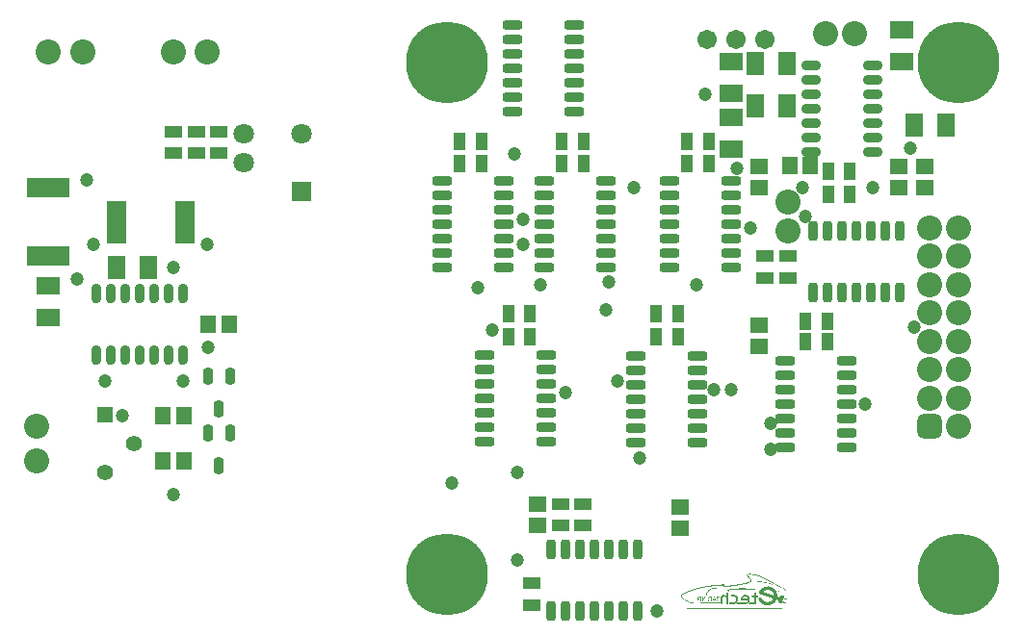
<source format=gbs>
G04*
G04 #@! TF.GenerationSoftware,Altium Limited,Altium Designer,22.11.1 (43)*
G04*
G04 Layer_Color=16711935*
%FSLAX44Y44*%
%MOMM*%
G71*
G04*
G04 #@! TF.SameCoordinates,71FBA96F-98A1-49F9-A78B-1FB66A7A07A6*
G04*
G04*
G04 #@! TF.FilePolarity,Negative*
G04*
G01*
G75*
%ADD41R,1.5532X1.3532*%
%ADD42C,1.2032*%
%ADD43R,3.7032X1.7032*%
%ADD44R,1.1032X1.5032*%
G04:AMPARAMS|DCode=45|XSize=0.8032mm|YSize=1.6532mm|CornerRadius=0.2516mm|HoleSize=0mm|Usage=FLASHONLY|Rotation=0.000|XOffset=0mm|YOffset=0mm|HoleType=Round|Shape=RoundedRectangle|*
%AMROUNDEDRECTD45*
21,1,0.8032,1.1500,0,0,0.0*
21,1,0.3000,1.6532,0,0,0.0*
1,1,0.5032,0.1500,-0.5750*
1,1,0.5032,-0.1500,-0.5750*
1,1,0.5032,-0.1500,0.5750*
1,1,0.5032,0.1500,0.5750*
%
%ADD45ROUNDEDRECTD45*%
%ADD46R,1.5032X1.1032*%
G04:AMPARAMS|DCode=48|XSize=0.8032mm|YSize=1.7532mm|CornerRadius=0.2516mm|HoleSize=0mm|Usage=FLASHONLY|Rotation=0.000|XOffset=0mm|YOffset=0mm|HoleType=Round|Shape=RoundedRectangle|*
%AMROUNDEDRECTD48*
21,1,0.8032,1.2500,0,0,0.0*
21,1,0.3000,1.7532,0,0,0.0*
1,1,0.5032,0.1500,-0.6250*
1,1,0.5032,-0.1500,-0.6250*
1,1,0.5032,-0.1500,0.6250*
1,1,0.5032,0.1500,0.6250*
%
%ADD48ROUNDEDRECTD48*%
G04:AMPARAMS|DCode=58|XSize=0.8032mm|YSize=1.7532mm|CornerRadius=0.2516mm|HoleSize=0mm|Usage=FLASHONLY|Rotation=90.000|XOffset=0mm|YOffset=0mm|HoleType=Round|Shape=RoundedRectangle|*
%AMROUNDEDRECTD58*
21,1,0.8032,1.2500,0,0,90.0*
21,1,0.3000,1.7532,0,0,90.0*
1,1,0.5032,0.6250,0.1500*
1,1,0.5032,0.6250,-0.1500*
1,1,0.5032,-0.6250,-0.1500*
1,1,0.5032,-0.6250,0.1500*
%
%ADD58ROUNDEDRECTD58*%
%ADD59R,1.3532X1.5532*%
%ADD62C,1.8032*%
%ADD63R,1.8032X1.8032*%
%ADD64C,2.2032*%
G04:AMPARAMS|DCode=65|XSize=2.2032mm|YSize=2.2032mm|CornerRadius=0.6016mm|HoleSize=0mm|Usage=FLASHONLY|Rotation=180.000|XOffset=0mm|YOffset=0mm|HoleType=Round|Shape=RoundedRectangle|*
%AMROUNDEDRECTD65*
21,1,2.2032,1.0000,0,0,180.0*
21,1,1.0000,2.2032,0,0,180.0*
1,1,1.2032,-0.5000,0.5000*
1,1,1.2032,0.5000,0.5000*
1,1,1.2032,0.5000,-0.5000*
1,1,1.2032,-0.5000,-0.5000*
%
%ADD65ROUNDEDRECTD65*%
%ADD66C,7.2032*%
%ADD67C,1.7032*%
%ADD68R,1.4032X1.4032*%
%ADD69C,1.4032*%
G04:AMPARAMS|DCode=89|XSize=0.8032mm|YSize=1.6532mm|CornerRadius=0.2516mm|HoleSize=0mm|Usage=FLASHONLY|Rotation=270.000|XOffset=0mm|YOffset=0mm|HoleType=Round|Shape=RoundedRectangle|*
%AMROUNDEDRECTD89*
21,1,0.8032,1.1500,0,0,270.0*
21,1,0.3000,1.6532,0,0,270.0*
1,1,0.5032,-0.5750,-0.1500*
1,1,0.5032,-0.5750,0.1500*
1,1,0.5032,0.5750,0.1500*
1,1,0.5032,0.5750,-0.1500*
%
%ADD89ROUNDEDRECTD89*%
%ADD90R,2.1532X1.6032*%
%ADD91R,1.6032X2.1532*%
G04:AMPARAMS|DCode=92|XSize=0.8532mm|YSize=1.4532mm|CornerRadius=0.2641mm|HoleSize=0mm|Usage=FLASHONLY|Rotation=180.000|XOffset=0mm|YOffset=0mm|HoleType=Round|Shape=RoundedRectangle|*
%AMROUNDEDRECTD92*
21,1,0.8532,0.9250,0,0,180.0*
21,1,0.3250,1.4532,0,0,180.0*
1,1,0.5282,-0.1625,0.4625*
1,1,0.5282,0.1625,0.4625*
1,1,0.5282,0.1625,-0.4625*
1,1,0.5282,-0.1625,-0.4625*
%
%ADD92ROUNDEDRECTD92*%
%ADD93R,1.7032X3.7032*%
G36*
X672424Y44012D02*
X673885D01*
Y43953D01*
X674703D01*
Y43895D01*
X675346D01*
Y43836D01*
X675872D01*
Y43778D01*
X676397D01*
Y43719D01*
X676982D01*
Y43661D01*
X677391D01*
Y43602D01*
X677683D01*
Y43544D01*
X678092D01*
Y43486D01*
X678443D01*
Y43427D01*
X678793D01*
Y43369D01*
X679085D01*
Y43310D01*
X679378D01*
Y43252D01*
X679670D01*
Y43193D01*
X680020D01*
Y43135D01*
X680313D01*
Y43077D01*
X680546D01*
Y43018D01*
X680780D01*
Y42960D01*
X681014D01*
Y42901D01*
X681306D01*
Y42843D01*
X681598D01*
Y42784D01*
X681774D01*
Y42726D01*
X682007D01*
Y42667D01*
X682241D01*
Y42609D01*
X682475D01*
Y42551D01*
X682650D01*
Y42492D01*
X682825D01*
Y42434D01*
X683059D01*
Y42375D01*
X683293D01*
Y42317D01*
X683468D01*
Y42259D01*
X683702D01*
Y42200D01*
X683819D01*
Y42142D01*
X684052D01*
Y42083D01*
X684228D01*
Y42025D01*
X684403D01*
Y41966D01*
X684520D01*
Y41908D01*
X684695D01*
Y41849D01*
X684871D01*
Y41791D01*
X685046D01*
Y41733D01*
X685221D01*
Y41674D01*
X685338D01*
Y41616D01*
X685513D01*
Y41557D01*
X685688D01*
Y41499D01*
X685805D01*
Y41440D01*
X685981D01*
Y41382D01*
X686098D01*
Y41323D01*
X686214D01*
Y41265D01*
X686390D01*
Y41207D01*
X686507D01*
Y41148D01*
X686682D01*
Y41090D01*
X686799D01*
Y41031D01*
X686916D01*
Y40973D01*
X687091D01*
Y40915D01*
X687208D01*
Y40856D01*
X687325D01*
Y40798D01*
X687500D01*
Y40739D01*
X687617D01*
Y40681D01*
X687734D01*
Y40622D01*
X687851D01*
Y40564D01*
X687967D01*
Y40505D01*
X688084D01*
Y40447D01*
X688201D01*
Y40389D01*
X688318D01*
Y40330D01*
X688435D01*
Y40272D01*
X688610D01*
Y40213D01*
X688669D01*
Y40155D01*
X688785D01*
Y40096D01*
X688902D01*
Y40038D01*
X689019D01*
Y39980D01*
X689136D01*
Y39921D01*
X689253D01*
Y39863D01*
X689370D01*
Y39804D01*
X689428D01*
Y39687D01*
X689370D01*
Y39746D01*
X689195D01*
Y39804D01*
X689019D01*
Y39863D01*
X688902D01*
Y39921D01*
X688785D01*
Y39980D01*
X688610D01*
Y40038D01*
X688493D01*
Y40096D01*
X688376D01*
Y40155D01*
X688260D01*
Y40213D01*
X688084D01*
Y40272D01*
X687909D01*
Y40330D01*
X687792D01*
Y40389D01*
X687617D01*
Y40447D01*
X687500D01*
Y40505D01*
X687325D01*
Y40564D01*
X687149D01*
Y40622D01*
X686974D01*
Y40681D01*
X686799D01*
Y40739D01*
X686624D01*
Y40798D01*
X686448D01*
Y40856D01*
X686331D01*
Y40915D01*
X686156D01*
Y40973D01*
X685981D01*
Y41031D01*
X685805D01*
Y41090D01*
X685630D01*
Y41148D01*
X685455D01*
Y41207D01*
X685279D01*
Y41265D01*
X685104D01*
Y41323D01*
X684929D01*
Y41382D01*
X684695D01*
Y41440D01*
X684520D01*
Y41499D01*
X684345D01*
Y41557D01*
X684169D01*
Y41616D01*
X683994D01*
Y41674D01*
X683760D01*
Y41733D01*
X683585D01*
Y41791D01*
X683351D01*
Y41849D01*
X683176D01*
Y41908D01*
X682942D01*
Y41966D01*
X682708D01*
Y42025D01*
X682475D01*
Y42083D01*
X682241D01*
Y42142D01*
X682066D01*
Y42200D01*
X681774D01*
Y42259D01*
X681540D01*
Y42317D01*
X681306D01*
Y42375D01*
X681014D01*
Y42434D01*
X680780D01*
Y42492D01*
X680488D01*
Y42551D01*
X680196D01*
Y42609D01*
X679962D01*
Y42667D01*
X679670D01*
Y42726D01*
X679319D01*
Y42784D01*
X679027D01*
Y42843D01*
X678735D01*
Y42901D01*
X678443D01*
Y42960D01*
X678092D01*
Y43018D01*
X677741D01*
Y43077D01*
X677333D01*
Y43135D01*
X676982D01*
Y43193D01*
X676631D01*
Y43252D01*
X676164D01*
Y43310D01*
X675755D01*
Y43369D01*
X675287D01*
Y43427D01*
X674761D01*
Y43486D01*
X674294D01*
Y43544D01*
X673651D01*
Y43602D01*
X673008D01*
Y43661D01*
X672249D01*
Y43719D01*
X671489D01*
Y43778D01*
X670437D01*
Y43836D01*
X668859D01*
Y43895D01*
X668918D01*
Y43953D01*
X669210D01*
Y44012D01*
X670905D01*
Y44070D01*
X672424D01*
Y44012D01*
D02*
G37*
G36*
X662490Y37642D02*
X663834D01*
Y37584D01*
X664944D01*
Y37525D01*
X665704D01*
Y37467D01*
X666347D01*
Y37408D01*
X667048D01*
Y37350D01*
X667632D01*
Y37292D01*
X668217D01*
Y37233D01*
X668801D01*
Y37175D01*
X669152D01*
Y37116D01*
X669619D01*
Y37058D01*
X670145D01*
Y36999D01*
X670554D01*
Y36941D01*
X670905D01*
Y36883D01*
X671255D01*
Y36824D01*
X671664D01*
Y36766D01*
X672015D01*
Y36707D01*
X672424D01*
Y36649D01*
X672775D01*
Y36590D01*
X672833D01*
Y36474D01*
X671898D01*
Y36532D01*
X670788D01*
Y36590D01*
X669678D01*
Y36649D01*
X668158D01*
Y36707D01*
X666639D01*
Y36766D01*
X664944D01*
Y36824D01*
X659393D01*
Y36766D01*
X657406D01*
Y36707D01*
X655946D01*
Y36649D01*
X654777D01*
Y36590D01*
X653784D01*
Y36532D01*
X652965D01*
Y36474D01*
X652323D01*
Y36415D01*
X651621D01*
Y36357D01*
X650979D01*
Y36298D01*
X650394D01*
Y36240D01*
X649927D01*
Y36181D01*
X649459D01*
Y36123D01*
X648992D01*
Y36065D01*
X648524D01*
Y36006D01*
X648115D01*
Y35948D01*
X647823D01*
Y35772D01*
X647882D01*
Y35539D01*
X647940D01*
Y35363D01*
X647999D01*
Y35188D01*
X648057D01*
Y34954D01*
X648115D01*
Y34779D01*
X648174D01*
Y34604D01*
X648115D01*
Y34662D01*
X648057D01*
Y34720D01*
X647999D01*
Y34779D01*
X647940D01*
Y34896D01*
X647882D01*
Y34954D01*
X647823D01*
Y35071D01*
X647765D01*
Y35129D01*
X647706D01*
Y35246D01*
X647648D01*
Y35305D01*
X647589D01*
Y35422D01*
X647531D01*
Y35480D01*
X647473D01*
Y35597D01*
X647414D01*
Y35714D01*
X647356D01*
Y35772D01*
X647297D01*
Y35889D01*
X647239D01*
Y35948D01*
X647180D01*
Y36065D01*
X647122D01*
Y36123D01*
X647064D01*
Y36240D01*
X647005D01*
Y36298D01*
X646947D01*
Y36415D01*
X646888D01*
Y36474D01*
X646947D01*
Y36532D01*
X647180D01*
Y36590D01*
X647414D01*
Y36649D01*
X647706D01*
Y36707D01*
X647999D01*
Y36766D01*
X648291D01*
Y36824D01*
X648641D01*
Y36883D01*
X648992D01*
Y36941D01*
X649284D01*
Y36999D01*
X649693D01*
Y37058D01*
X650102D01*
Y37116D01*
X650570D01*
Y37175D01*
X650979D01*
Y37233D01*
X651388D01*
Y37292D01*
X651972D01*
Y37350D01*
X652498D01*
Y37408D01*
X653199D01*
Y37467D01*
X653784D01*
Y37525D01*
X654602D01*
Y37584D01*
X655537D01*
Y37642D01*
X657056D01*
Y37701D01*
X662490D01*
Y37642D01*
D02*
G37*
G36*
X636253Y37993D02*
X636662D01*
Y37934D01*
X637013D01*
Y37876D01*
X637247D01*
Y37817D01*
X637481D01*
Y37759D01*
X637656D01*
Y37701D01*
X637831D01*
Y37642D01*
X638006D01*
Y37584D01*
X638182D01*
Y37525D01*
X638357D01*
Y37467D01*
X638474D01*
Y37408D01*
X638591D01*
Y37350D01*
X638708D01*
Y37292D01*
X638824D01*
Y37233D01*
X638941D01*
Y37175D01*
X639058D01*
Y37116D01*
X639175D01*
Y37058D01*
X639292D01*
Y36999D01*
X639350D01*
Y36941D01*
X639467D01*
Y36883D01*
X639526D01*
Y36824D01*
X639642D01*
Y36766D01*
X639701D01*
Y36707D01*
X639818D01*
Y36649D01*
X639876D01*
Y36590D01*
X639993D01*
Y36532D01*
X640051D01*
Y36474D01*
X640110D01*
Y36415D01*
X640227D01*
Y36357D01*
X640285D01*
Y36298D01*
X640344D01*
Y36240D01*
X640402D01*
Y36181D01*
X640461D01*
Y36123D01*
X640519D01*
Y36065D01*
X640577D01*
Y36006D01*
X640636D01*
Y35948D01*
X640753D01*
Y35831D01*
X640811D01*
Y35772D01*
X640870D01*
Y35714D01*
X640928D01*
Y35597D01*
X640870D01*
Y35655D01*
X640811D01*
Y35714D01*
X640753D01*
Y35772D01*
X640636D01*
Y35831D01*
X640577D01*
Y35889D01*
X640519D01*
Y35948D01*
X640461D01*
Y36006D01*
X640344D01*
Y36065D01*
X640285D01*
Y36123D01*
X640227D01*
Y36181D01*
X640168D01*
Y36240D01*
X640051D01*
Y36298D01*
X639993D01*
Y36357D01*
X639876D01*
Y36415D01*
X639818D01*
Y36474D01*
X639701D01*
Y36532D01*
X639584D01*
Y36590D01*
X639526D01*
Y36649D01*
X639409D01*
Y36707D01*
X639292D01*
Y36766D01*
X639175D01*
Y36824D01*
X639058D01*
Y36883D01*
X638941D01*
Y36941D01*
X638766D01*
Y36999D01*
X638649D01*
Y37058D01*
X638532D01*
Y37116D01*
X638357D01*
Y37175D01*
X638182D01*
Y37233D01*
X638006D01*
Y37292D01*
X637831D01*
Y37350D01*
X637597D01*
Y37408D01*
X637364D01*
Y37467D01*
X637013D01*
Y37525D01*
X636545D01*
Y37584D01*
X635143D01*
Y37525D01*
X634617D01*
Y37467D01*
X634325D01*
Y37408D01*
X634033D01*
Y37350D01*
X633858D01*
Y37292D01*
X633682D01*
Y37233D01*
X633448D01*
Y37175D01*
X633273D01*
Y37116D01*
X633156D01*
Y37058D01*
X632981D01*
Y36999D01*
X632864D01*
Y36941D01*
X632747D01*
Y36883D01*
X632572D01*
Y36824D01*
X632514D01*
Y36766D01*
X632397D01*
Y36707D01*
X632280D01*
Y36649D01*
X632163D01*
Y36590D01*
X632046D01*
Y36532D01*
X631988D01*
Y36474D01*
X631871D01*
Y36415D01*
X631754D01*
Y36357D01*
X631696D01*
Y36298D01*
X631579D01*
Y36240D01*
X631520D01*
Y36181D01*
X631462D01*
Y36123D01*
X631345D01*
Y36065D01*
X631286D01*
Y36006D01*
X631228D01*
Y35948D01*
X631111D01*
Y35889D01*
X631053D01*
Y35831D01*
X630994D01*
Y35772D01*
X630936D01*
Y35714D01*
X630877D01*
Y35655D01*
X630819D01*
Y35597D01*
X630760D01*
Y35539D01*
X630702D01*
Y35480D01*
X630644D01*
Y35422D01*
X630585D01*
Y35363D01*
X630527D01*
Y35305D01*
X630468D01*
Y35246D01*
X630410D01*
Y35188D01*
X630351D01*
Y35129D01*
X630293D01*
Y35071D01*
X630235D01*
Y34954D01*
X630176D01*
Y34896D01*
X630118D01*
Y34837D01*
X630059D01*
Y34779D01*
X630001D01*
Y34662D01*
X629943D01*
Y34604D01*
X629884D01*
Y34545D01*
X629826D01*
Y34428D01*
X629767D01*
Y34370D01*
X629709D01*
Y34253D01*
X629650D01*
Y34195D01*
X629592D01*
Y34078D01*
X629533D01*
Y33961D01*
X629475D01*
Y33902D01*
X629417D01*
Y33786D01*
X629358D01*
Y33669D01*
X629300D01*
Y33552D01*
X629241D01*
Y33435D01*
X629183D01*
Y33318D01*
X629124D01*
Y33260D01*
Y33143D01*
X629066D01*
Y33026D01*
X629007D01*
Y32851D01*
X628949D01*
Y32734D01*
X628891D01*
Y32558D01*
X628832D01*
Y32325D01*
X628774D01*
Y32091D01*
X628715D01*
Y31857D01*
X628657D01*
Y31799D01*
X628598D01*
Y31740D01*
X628014D01*
Y31799D01*
X627897D01*
Y31974D01*
X627956D01*
Y32208D01*
X628014D01*
Y32383D01*
X628073D01*
Y32617D01*
X628131D01*
Y32792D01*
X628189D01*
Y32909D01*
X628248D01*
Y33084D01*
X628306D01*
Y33260D01*
X628365D01*
Y33377D01*
X628423D01*
Y33493D01*
X628482D01*
Y33610D01*
X628540D01*
Y33727D01*
X628598D01*
Y33844D01*
X628657D01*
Y33961D01*
X628715D01*
Y34078D01*
X628774D01*
Y34195D01*
X628832D01*
Y34311D01*
X628891D01*
Y34370D01*
X628949D01*
Y34487D01*
X629007D01*
Y34545D01*
X629066D01*
Y34662D01*
X629124D01*
Y34720D01*
X629183D01*
Y34837D01*
X629241D01*
Y34896D01*
X629300D01*
Y34954D01*
X629358D01*
Y35071D01*
X629417D01*
Y35129D01*
X629475D01*
Y35188D01*
X629533D01*
Y35305D01*
X629592D01*
Y35363D01*
X629650D01*
Y35422D01*
X629709D01*
Y35480D01*
X629767D01*
Y35539D01*
X629826D01*
Y35597D01*
X629884D01*
Y35655D01*
X629943D01*
Y35714D01*
X630001D01*
Y35772D01*
X630059D01*
Y35831D01*
X630118D01*
Y35889D01*
X630176D01*
Y35948D01*
X630235D01*
Y36006D01*
X630293D01*
Y36065D01*
X630351D01*
Y36123D01*
X630410D01*
Y36181D01*
X630468D01*
Y36240D01*
X630585D01*
Y36298D01*
X630644D01*
Y36357D01*
X630702D01*
Y36415D01*
X630760D01*
Y36474D01*
X630877D01*
Y36532D01*
X630936D01*
Y36590D01*
X630994D01*
Y36649D01*
X631111D01*
Y36707D01*
X631170D01*
Y36766D01*
X631286D01*
Y36824D01*
X631345D01*
Y36883D01*
X631462D01*
Y36941D01*
X631520D01*
Y36999D01*
X631637D01*
Y37058D01*
X631754D01*
Y37116D01*
X631871D01*
Y37175D01*
X631988D01*
Y37233D01*
X632105D01*
Y37292D01*
X632221D01*
Y37350D01*
X632338D01*
Y37408D01*
X632455D01*
Y37467D01*
X632630D01*
Y37525D01*
X632747D01*
Y37584D01*
X632923D01*
Y37642D01*
X633098D01*
Y37701D01*
X633273D01*
Y37759D01*
X633448D01*
Y37817D01*
X633682D01*
Y37876D01*
X633974D01*
Y37934D01*
X634325D01*
Y37993D01*
X634734D01*
Y38051D01*
X636253D01*
Y37993D01*
D02*
G37*
G36*
X668217Y50381D02*
X668743D01*
Y50322D01*
X669152D01*
Y50264D01*
X669561D01*
Y50205D01*
X669970D01*
Y50147D01*
X670320D01*
Y50089D01*
X670671D01*
Y50030D01*
X670905D01*
Y49972D01*
X671197D01*
Y49913D01*
X671489D01*
Y49855D01*
X671723D01*
Y49797D01*
X671956D01*
Y49738D01*
X672190D01*
Y49680D01*
X672366D01*
Y49621D01*
X672599D01*
Y49563D01*
X672833D01*
Y49504D01*
X673008D01*
Y49446D01*
X673242D01*
Y49387D01*
X673417D01*
Y49329D01*
X673593D01*
Y49271D01*
X673826D01*
Y49212D01*
X673943D01*
Y49154D01*
X674119D01*
Y49095D01*
X674294D01*
Y49037D01*
X674528D01*
Y48978D01*
X674703D01*
Y48920D01*
X674820D01*
Y48861D01*
X674995D01*
Y48803D01*
X675170D01*
Y48745D01*
X675287D01*
Y48686D01*
X675463D01*
Y48628D01*
X675579D01*
Y48569D01*
X675755D01*
Y48511D01*
X675930D01*
Y48453D01*
X676105D01*
Y48394D01*
X676222D01*
Y48336D01*
X676397D01*
Y48277D01*
X676514D01*
Y48219D01*
X676631D01*
Y48160D01*
X676807D01*
Y48102D01*
X676923D01*
Y48043D01*
X677040D01*
Y47985D01*
X677157D01*
Y47927D01*
X677333D01*
Y47868D01*
X677449D01*
Y47810D01*
X677566D01*
Y47751D01*
X677683D01*
Y47693D01*
X677858D01*
Y47634D01*
X677975D01*
Y47576D01*
X678092D01*
Y47517D01*
X678209D01*
Y47459D01*
X678326D01*
Y47401D01*
X678443D01*
Y47342D01*
X678560D01*
Y47284D01*
X678676D01*
Y47225D01*
X678793D01*
Y47167D01*
X678910D01*
Y47108D01*
X679085D01*
Y47050D01*
X679202D01*
Y46992D01*
X679319D01*
Y46933D01*
X679436D01*
Y46875D01*
X679553D01*
Y46816D01*
X679670D01*
Y46758D01*
X679787D01*
Y46700D01*
X679904D01*
Y46641D01*
X680020D01*
Y46583D01*
X680137D01*
Y46524D01*
X680254D01*
Y46466D01*
X680371D01*
Y46407D01*
X680488D01*
Y46349D01*
X680605D01*
Y46290D01*
X680722D01*
Y46232D01*
X680838D01*
Y46174D01*
X680955D01*
Y46115D01*
X681014D01*
Y46057D01*
X681131D01*
Y45998D01*
X681247D01*
Y45940D01*
X681364D01*
Y45881D01*
X681481D01*
Y45823D01*
X681598D01*
Y45764D01*
X681715D01*
Y45706D01*
X681832D01*
Y45648D01*
X681949D01*
Y45589D01*
X682007D01*
Y45531D01*
X682124D01*
Y45472D01*
X682241D01*
Y45414D01*
X682358D01*
Y45356D01*
X682475D01*
Y45297D01*
X682591D01*
Y45239D01*
X682708D01*
Y45180D01*
X682767D01*
Y45122D01*
X682942D01*
Y45063D01*
X683000D01*
Y45005D01*
X683118D01*
Y44946D01*
X683234D01*
Y44888D01*
X683351D01*
Y44830D01*
X683468D01*
Y44771D01*
X683585D01*
Y44713D01*
X683643D01*
Y44654D01*
X683760D01*
Y44596D01*
X683877D01*
Y44537D01*
X683994D01*
Y44479D01*
X684111D01*
Y44420D01*
X684169D01*
Y44362D01*
X684286D01*
Y44304D01*
X684403D01*
Y44245D01*
X684520D01*
Y44187D01*
X684637D01*
Y44128D01*
X684695D01*
Y44070D01*
X684812D01*
Y44012D01*
X684929D01*
Y43953D01*
X685046D01*
Y43895D01*
X685104D01*
Y43836D01*
X685221D01*
Y43778D01*
X685338D01*
Y43719D01*
X685455D01*
Y43661D01*
X685513D01*
Y43602D01*
X685630D01*
Y43544D01*
X685747D01*
Y43486D01*
X685864D01*
Y43427D01*
X685981D01*
Y43369D01*
X686039D01*
Y43310D01*
X686156D01*
Y43252D01*
X686273D01*
Y43193D01*
X686390D01*
Y43135D01*
X686448D01*
Y43077D01*
X686565D01*
Y43018D01*
X686682D01*
Y42960D01*
X686740D01*
Y42901D01*
X686857D01*
Y42843D01*
X686974D01*
Y42784D01*
X687091D01*
Y42726D01*
X687149D01*
Y42667D01*
X687266D01*
Y42609D01*
X687383D01*
Y42551D01*
X687500D01*
Y42492D01*
X687558D01*
Y42434D01*
X687675D01*
Y42375D01*
X687792D01*
Y42317D01*
X687909D01*
Y42259D01*
X687967D01*
Y42200D01*
X688084D01*
Y42142D01*
X688201D01*
Y42083D01*
X688260D01*
Y42025D01*
X688376D01*
Y41966D01*
X688493D01*
Y41908D01*
X688552D01*
Y41849D01*
X688669D01*
Y41791D01*
X688785D01*
Y41733D01*
X688902D01*
Y41674D01*
X688961D01*
Y41616D01*
X689078D01*
Y41557D01*
X689195D01*
Y41499D01*
X689311D01*
Y41440D01*
X689370D01*
Y41382D01*
X689487D01*
Y41323D01*
X689604D01*
Y41265D01*
X689721D01*
Y41207D01*
X689779D01*
Y41148D01*
X689896D01*
Y41090D01*
X690013D01*
Y41031D01*
X690071D01*
Y40973D01*
X690188D01*
Y40915D01*
X690305D01*
Y40856D01*
X690422D01*
Y40798D01*
X690480D01*
Y40739D01*
X690597D01*
Y40681D01*
X690714D01*
Y40622D01*
X690772D01*
Y40564D01*
X690889D01*
Y40505D01*
X691006D01*
Y40447D01*
X691065D01*
Y40389D01*
X691181D01*
Y40330D01*
X691298D01*
Y40272D01*
X691357D01*
Y40213D01*
X691473D01*
Y40155D01*
X691590D01*
Y40096D01*
X691649D01*
Y40038D01*
X691766D01*
Y39980D01*
X691882D01*
Y39921D01*
X691999D01*
Y39863D01*
X692058D01*
Y39804D01*
X692175D01*
Y39746D01*
X692292D01*
Y39687D01*
X692408D01*
Y39629D01*
X692467D01*
Y39571D01*
X692584D01*
Y39512D01*
X692701D01*
Y39454D01*
X692818D01*
Y39395D01*
X692934D01*
Y39337D01*
X693051D01*
Y39278D01*
X693168D01*
Y39220D01*
X693285D01*
Y39162D01*
X693343D01*
Y39103D01*
X693460D01*
Y39045D01*
X693577D01*
Y38986D01*
X693694D01*
Y38928D01*
X693811D01*
Y38869D01*
X693928D01*
Y38811D01*
X694045D01*
Y38752D01*
X694162D01*
Y38694D01*
X694278D01*
Y38636D01*
X694395D01*
Y38577D01*
X694512D01*
Y38519D01*
X694629D01*
Y38460D01*
X694746D01*
Y38402D01*
X694863D01*
Y38343D01*
X695038D01*
Y38285D01*
X695155D01*
Y38226D01*
X695272D01*
Y38168D01*
X695389D01*
Y38110D01*
X695505D01*
Y38051D01*
X695622D01*
Y37993D01*
X695798D01*
Y37934D01*
X695915D01*
Y37876D01*
X696090D01*
Y37817D01*
X696207D01*
Y37759D01*
X696323D01*
Y37701D01*
X696499D01*
Y37642D01*
X696616D01*
Y37584D01*
X696733D01*
Y37525D01*
X696791D01*
Y37467D01*
X696908D01*
Y37408D01*
X697025D01*
Y37350D01*
X697083D01*
Y37292D01*
X697142D01*
Y37233D01*
X697259D01*
Y37175D01*
X697317D01*
Y37116D01*
X697375D01*
Y37058D01*
X697434D01*
Y36999D01*
X697492D01*
Y36941D01*
X697551D01*
Y36883D01*
X697609D01*
Y36824D01*
X697667D01*
Y36766D01*
X697726D01*
Y36707D01*
X697784D01*
Y36649D01*
X697843D01*
Y36590D01*
X697901D01*
Y36474D01*
X697960D01*
Y36415D01*
X698018D01*
Y36357D01*
X698077D01*
Y36240D01*
X698135D01*
Y36123D01*
X698193D01*
Y36006D01*
X698252D01*
Y35889D01*
X698310D01*
Y35772D01*
X698369D01*
Y35305D01*
X698310D01*
Y35246D01*
X697784D01*
Y35305D01*
X694278D01*
Y35246D01*
X693343D01*
Y35188D01*
X692876D01*
Y35129D01*
X692467D01*
Y35071D01*
X692116D01*
Y35013D01*
X691824D01*
Y34954D01*
X691590D01*
Y34896D01*
X691415D01*
Y34837D01*
X691240D01*
Y34779D01*
X691123D01*
Y34720D01*
X691065D01*
Y34662D01*
X690948D01*
Y34604D01*
X690889D01*
Y34545D01*
X690772D01*
Y34662D01*
X690831D01*
Y34720D01*
X690889D01*
Y34779D01*
X691006D01*
Y34837D01*
X691065D01*
Y34896D01*
X691181D01*
Y34954D01*
X691298D01*
Y35013D01*
X691473D01*
Y35071D01*
X691649D01*
Y35129D01*
X691882D01*
Y35188D01*
X692116D01*
Y35246D01*
X692350D01*
Y35305D01*
X692759D01*
Y35363D01*
X693343D01*
Y35422D01*
X693986D01*
Y35480D01*
X694804D01*
Y35539D01*
X696499D01*
Y35597D01*
X696616D01*
Y35539D01*
X696733D01*
Y35597D01*
X696908D01*
Y35539D01*
X697142D01*
Y35597D01*
X697259D01*
Y35539D01*
X698077D01*
Y35714D01*
X698018D01*
Y35889D01*
X697960D01*
Y35948D01*
X697901D01*
Y36065D01*
X697843D01*
Y36123D01*
X697784D01*
Y36240D01*
X697726D01*
Y36298D01*
X697667D01*
Y36357D01*
X697609D01*
Y36474D01*
X697551D01*
Y36532D01*
X697492D01*
Y36590D01*
X697434D01*
Y36649D01*
X697375D01*
Y36707D01*
X697317D01*
Y36766D01*
X697200D01*
Y36824D01*
X697142D01*
Y36883D01*
X697083D01*
Y36941D01*
X697025D01*
Y36999D01*
X696908D01*
Y37058D01*
X696849D01*
Y37116D01*
X696733D01*
Y37175D01*
X696616D01*
Y37233D01*
X696499D01*
Y37292D01*
X696382D01*
Y37350D01*
X696265D01*
Y37408D01*
X696090D01*
Y37467D01*
X695973D01*
Y37525D01*
X695798D01*
Y37584D01*
X695681D01*
Y37642D01*
X695505D01*
Y37701D01*
X695389D01*
Y37759D01*
X695213D01*
Y37817D01*
X695096D01*
Y37876D01*
X694980D01*
Y37934D01*
X694863D01*
Y37993D01*
X694687D01*
Y38051D01*
X694570D01*
Y38110D01*
X694454D01*
Y38168D01*
X694337D01*
Y38226D01*
X694220D01*
Y38285D01*
X694045D01*
Y38343D01*
X693928D01*
Y38402D01*
X693811D01*
Y38460D01*
X693694D01*
Y38519D01*
X693577D01*
Y38577D01*
X693460D01*
Y38636D01*
X693343D01*
Y38694D01*
X693226D01*
Y38752D01*
X693110D01*
Y38811D01*
X692993D01*
Y38869D01*
X692876D01*
Y38928D01*
X692759D01*
Y38986D01*
X692642D01*
Y39045D01*
X692525D01*
Y39103D01*
X692408D01*
Y39162D01*
X692292D01*
Y39220D01*
X692175D01*
Y39278D01*
X692058D01*
Y39337D01*
X691999D01*
Y39395D01*
X691882D01*
Y39454D01*
X691766D01*
Y39512D01*
X691649D01*
Y39571D01*
X691532D01*
Y39629D01*
X691415D01*
Y39687D01*
X691298D01*
Y39746D01*
X691181D01*
Y39804D01*
X691123D01*
Y39863D01*
X691006D01*
Y39921D01*
X690889D01*
Y39980D01*
X690772D01*
Y40038D01*
X690655D01*
Y40096D01*
X690597D01*
Y40155D01*
X690480D01*
Y40213D01*
X690363D01*
Y40272D01*
X690246D01*
Y40330D01*
X690188D01*
Y40389D01*
X690071D01*
Y40447D01*
X689954D01*
Y40505D01*
X689896D01*
Y40564D01*
X689779D01*
Y40622D01*
X689662D01*
Y40681D01*
X689545D01*
Y40739D01*
X689428D01*
Y40798D01*
X689370D01*
Y40856D01*
X689253D01*
Y40915D01*
X689136D01*
Y40973D01*
X689019D01*
Y41031D01*
X688902D01*
Y41090D01*
X688785D01*
Y41148D01*
X688727D01*
Y41207D01*
X688610D01*
Y41265D01*
X688493D01*
Y41323D01*
X688376D01*
Y41382D01*
X688260D01*
Y41440D01*
X688201D01*
Y41499D01*
X688084D01*
Y41557D01*
X687967D01*
Y41616D01*
X687851D01*
Y41674D01*
X687734D01*
Y41733D01*
X687675D01*
Y41791D01*
X687558D01*
Y41849D01*
X687442D01*
Y41908D01*
X687325D01*
Y41966D01*
X687208D01*
Y42025D01*
X687149D01*
Y42083D01*
X687032D01*
Y42142D01*
X686916D01*
Y42200D01*
X686799D01*
Y42259D01*
X686740D01*
Y42317D01*
X686624D01*
Y42375D01*
X686507D01*
Y42434D01*
X686390D01*
Y42492D01*
X686273D01*
Y42551D01*
X686214D01*
Y42609D01*
X686098D01*
Y42667D01*
X685981D01*
Y42726D01*
X685864D01*
Y42784D01*
X685805D01*
Y42843D01*
X685688D01*
Y42901D01*
X685572D01*
Y42960D01*
X685455D01*
Y43018D01*
X685338D01*
Y43077D01*
X685221D01*
Y43135D01*
X685104D01*
Y43193D01*
X685046D01*
Y43252D01*
X684929D01*
Y43310D01*
X684812D01*
Y43369D01*
X684695D01*
Y43427D01*
X684578D01*
Y43486D01*
X684461D01*
Y43544D01*
X684403D01*
Y43602D01*
X684286D01*
Y43661D01*
X684169D01*
Y43719D01*
X684052D01*
Y43778D01*
X683935D01*
Y43836D01*
X683819D01*
Y43895D01*
X683702D01*
Y43953D01*
X683643D01*
Y44012D01*
X683527D01*
Y44070D01*
X683410D01*
Y44128D01*
X683293D01*
Y44187D01*
X683176D01*
Y44245D01*
X683059D01*
Y44304D01*
X682942D01*
Y44362D01*
X682884D01*
Y44420D01*
X682767D01*
Y44479D01*
X682650D01*
Y44537D01*
X682533D01*
Y44596D01*
X682416D01*
Y44654D01*
X682299D01*
Y44713D01*
X682182D01*
Y44771D01*
X682066D01*
Y44830D01*
X681949D01*
Y44888D01*
X681832D01*
Y44946D01*
X681715D01*
Y45005D01*
X681598D01*
Y45063D01*
X681481D01*
Y45122D01*
X681364D01*
Y45180D01*
X681247D01*
Y45239D01*
X681131D01*
Y45297D01*
X681014D01*
Y45356D01*
X680897D01*
Y45414D01*
X680780D01*
Y45472D01*
X680663D01*
Y45531D01*
X680546D01*
Y45589D01*
X680430D01*
Y45648D01*
X680313D01*
Y45706D01*
X680254D01*
Y45764D01*
X680079D01*
Y45823D01*
X679962D01*
Y45881D01*
X679845D01*
Y45940D01*
X679728D01*
Y45998D01*
X679611D01*
Y46057D01*
X679494D01*
Y46115D01*
X679378D01*
Y46174D01*
X679261D01*
Y46232D01*
X679144D01*
Y46290D01*
X679027D01*
Y46349D01*
X678910D01*
Y46407D01*
X678793D01*
Y46466D01*
X678618D01*
Y46524D01*
X678501D01*
Y46583D01*
X678384D01*
Y46641D01*
X678267D01*
Y46700D01*
X678150D01*
Y46758D01*
X678034D01*
Y46816D01*
X677917D01*
Y46875D01*
X677800D01*
Y46933D01*
X677625D01*
Y46992D01*
X677508D01*
Y47050D01*
X677391D01*
Y47108D01*
X677274D01*
Y47167D01*
X677099D01*
Y47225D01*
X676982D01*
Y47284D01*
X676807D01*
Y47342D01*
X676690D01*
Y47401D01*
X676573D01*
Y47459D01*
X676456D01*
Y47517D01*
X676281D01*
Y47576D01*
X676164D01*
Y47634D01*
X675988D01*
Y47693D01*
X675872D01*
Y47751D01*
X675696D01*
Y47810D01*
X675521D01*
Y47868D01*
X675346D01*
Y47927D01*
X675229D01*
Y47985D01*
X675053D01*
Y48043D01*
X674937D01*
Y48102D01*
X674761D01*
Y48160D01*
X674586D01*
Y48219D01*
X674411D01*
Y48277D01*
X674235D01*
Y48336D01*
X674060D01*
Y48394D01*
X673826D01*
Y48453D01*
X673709D01*
Y48511D01*
X673476D01*
Y48569D01*
X673300D01*
Y48628D01*
X673067D01*
Y48686D01*
X672891D01*
Y48745D01*
X672658D01*
Y48803D01*
X672482D01*
Y48861D01*
X672249D01*
Y48920D01*
X672015D01*
Y48978D01*
X671781D01*
Y49037D01*
X671547D01*
Y49095D01*
X671255D01*
Y49154D01*
X670963D01*
Y49212D01*
X670671D01*
Y49271D01*
X670379D01*
Y49329D01*
X670028D01*
Y49387D01*
X669678D01*
Y49446D01*
X669210D01*
Y49504D01*
X668684D01*
Y49563D01*
X668100D01*
Y49621D01*
X665353D01*
Y49563D01*
X664944D01*
Y49504D01*
X664828D01*
Y49387D01*
X664886D01*
Y49329D01*
X664944D01*
Y49271D01*
X665003D01*
Y49154D01*
X665061D01*
Y49095D01*
X665120D01*
Y49037D01*
X665178D01*
Y48920D01*
X665237D01*
Y48861D01*
X665295D01*
Y48745D01*
X665353D01*
Y48686D01*
X665412D01*
Y48628D01*
X665470D01*
Y48511D01*
X665529D01*
Y48453D01*
X665587D01*
Y48336D01*
X665646D01*
Y48277D01*
X665704D01*
Y48219D01*
X665762D01*
Y48102D01*
X665821D01*
Y48043D01*
X665879D01*
Y47985D01*
X665938D01*
Y47868D01*
X665996D01*
Y47810D01*
X666055D01*
Y47693D01*
X666113D01*
Y47634D01*
X666172D01*
Y47576D01*
X666230D01*
Y47459D01*
X666288D01*
Y47401D01*
X666347D01*
Y47342D01*
X666405D01*
Y47225D01*
X666464D01*
Y47167D01*
X666522D01*
Y47108D01*
X666581D01*
Y46992D01*
X666639D01*
Y46933D01*
X666697D01*
Y46816D01*
X666756D01*
Y46758D01*
X666814D01*
Y46700D01*
X666873D01*
Y46583D01*
X666931D01*
Y46524D01*
X666990D01*
Y46466D01*
X667048D01*
Y46407D01*
X667106D01*
Y46290D01*
X667165D01*
Y46232D01*
X667223D01*
Y46174D01*
X667282D01*
Y46057D01*
X667340D01*
Y45998D01*
X667399D01*
Y45940D01*
X667457D01*
Y45823D01*
X667515D01*
Y45764D01*
X667574D01*
Y45706D01*
X667632D01*
Y45589D01*
X667691D01*
Y45531D01*
X667749D01*
Y45414D01*
X667808D01*
Y45297D01*
X667866D01*
Y45122D01*
X667925D01*
Y44946D01*
X667983D01*
Y44362D01*
X667925D01*
Y44128D01*
X667866D01*
Y44012D01*
X667808D01*
Y43895D01*
X667749D01*
Y43778D01*
X667691D01*
Y43719D01*
X667632D01*
Y43602D01*
X667574D01*
Y43544D01*
X667515D01*
Y43486D01*
X667457D01*
Y43427D01*
X667399D01*
Y43369D01*
X667340D01*
Y43310D01*
X667282D01*
Y43252D01*
X667223D01*
Y43193D01*
X667165D01*
Y43135D01*
X667048D01*
Y43077D01*
X666990D01*
Y43018D01*
X666873D01*
Y42960D01*
X666814D01*
Y42901D01*
X666697D01*
Y42843D01*
X666639D01*
Y42784D01*
X666522D01*
Y42726D01*
X666405D01*
Y42667D01*
X666288D01*
Y42609D01*
X666172D01*
Y42551D01*
X666055D01*
Y42492D01*
X665938D01*
Y42434D01*
X665762D01*
Y42375D01*
X665646D01*
Y42317D01*
X665470D01*
Y42259D01*
X665353D01*
Y42200D01*
X665178D01*
Y42142D01*
X665003D01*
Y42083D01*
X664828D01*
Y42025D01*
X664652D01*
Y41966D01*
X664418D01*
Y41908D01*
X664185D01*
Y41849D01*
X663951D01*
Y41791D01*
X663717D01*
Y41733D01*
X663484D01*
Y41674D01*
X663191D01*
Y41616D01*
X662899D01*
Y41557D01*
X662665D01*
Y41499D01*
X662432D01*
Y41440D01*
X662140D01*
Y41382D01*
X661847D01*
Y41323D01*
X661555D01*
Y41265D01*
X661263D01*
Y41207D01*
X661029D01*
Y41148D01*
X660679D01*
Y41090D01*
X660387D01*
Y41031D01*
X660094D01*
Y40973D01*
X659802D01*
Y40915D01*
X659510D01*
Y40856D01*
X659159D01*
Y40798D01*
X658809D01*
Y40739D01*
X658517D01*
Y40681D01*
X658224D01*
Y40622D01*
X657874D01*
Y40564D01*
X657523D01*
Y40505D01*
X657173D01*
Y40447D01*
X656822D01*
Y40389D01*
X656530D01*
Y40330D01*
X656179D01*
Y40272D01*
X655829D01*
Y40213D01*
X655478D01*
Y40155D01*
X655069D01*
Y40096D01*
X654777D01*
Y40038D01*
X654426D01*
Y39980D01*
X654017D01*
Y39921D01*
X653667D01*
Y39863D01*
X653258D01*
Y39804D01*
X652965D01*
Y39746D01*
X652556D01*
Y39687D01*
X652147D01*
Y39629D01*
X651738D01*
Y39571D01*
X651388D01*
Y39512D01*
X651037D01*
Y39454D01*
X650628D01*
Y39395D01*
X650219D01*
Y39337D01*
X649810D01*
Y39278D01*
X649459D01*
Y39220D01*
X649050D01*
Y39162D01*
X648641D01*
Y39103D01*
X648115D01*
Y39045D01*
X647765D01*
Y38986D01*
X647356D01*
Y38928D01*
X646947D01*
Y38869D01*
X646479D01*
Y38811D01*
X646012D01*
Y38752D01*
X645603D01*
Y38694D01*
X645194D01*
Y38636D01*
X644434D01*
Y38694D01*
X644259D01*
Y38752D01*
X644142D01*
Y38811D01*
X644025D01*
Y38869D01*
X643967D01*
Y38928D01*
X643850D01*
Y38986D01*
X643791D01*
Y39045D01*
X643733D01*
Y39103D01*
X643674D01*
Y39220D01*
X643616D01*
Y39278D01*
X643558D01*
Y39395D01*
X643499D01*
Y39512D01*
X643441D01*
Y39629D01*
X643382D01*
Y39804D01*
X643324D01*
Y39921D01*
X643265D01*
Y40096D01*
X643207D01*
Y40213D01*
X642623D01*
Y40155D01*
X641688D01*
Y40096D01*
X640694D01*
Y40038D01*
X639526D01*
Y39980D01*
X638649D01*
Y39921D01*
X638006D01*
Y39863D01*
X637422D01*
Y39804D01*
X636779D01*
Y39746D01*
X636137D01*
Y39687D01*
X635435D01*
Y39629D01*
X634793D01*
Y39571D01*
X634383D01*
Y39512D01*
X633916D01*
Y39454D01*
X633448D01*
Y39395D01*
X632923D01*
Y39337D01*
X632514D01*
Y39278D01*
X632046D01*
Y39220D01*
X631637D01*
Y39162D01*
X631170D01*
Y39103D01*
X630702D01*
Y39045D01*
X630351D01*
Y38986D01*
X630059D01*
Y38928D01*
X629650D01*
Y38869D01*
X629300D01*
Y38811D01*
X628949D01*
Y38752D01*
X628540D01*
Y38694D01*
X628248D01*
Y38636D01*
X627897D01*
Y38577D01*
X627488D01*
Y38519D01*
X627196D01*
Y38460D01*
X626904D01*
Y38402D01*
X626612D01*
Y38343D01*
X626320D01*
Y38285D01*
X626027D01*
Y38226D01*
X625735D01*
Y38168D01*
X625443D01*
Y38110D01*
X625151D01*
Y38051D01*
X624859D01*
Y37993D01*
X624566D01*
Y37934D01*
X624274D01*
Y37876D01*
X624041D01*
Y37817D01*
X623749D01*
Y37759D01*
X623515D01*
Y37701D01*
X623281D01*
Y37642D01*
X623047D01*
Y37584D01*
X622813D01*
Y37525D01*
X622521D01*
Y37467D01*
X622288D01*
Y37408D01*
X622054D01*
Y37350D01*
X621820D01*
Y37292D01*
X621586D01*
Y37233D01*
X621353D01*
Y37175D01*
X621060D01*
Y37116D01*
X620827D01*
Y37058D01*
X620651D01*
Y36999D01*
X620418D01*
Y36941D01*
X620242D01*
Y36883D01*
X620009D01*
Y36824D01*
X619775D01*
Y36766D01*
X619600D01*
Y36707D01*
X619366D01*
Y36649D01*
X619191D01*
Y36590D01*
X618957D01*
Y36532D01*
X618723D01*
Y36474D01*
X618548D01*
Y36415D01*
X618314D01*
Y36357D01*
X618139D01*
Y36298D01*
X617905D01*
Y36240D01*
X617730D01*
Y36181D01*
X617554D01*
Y36123D01*
X617379D01*
Y36065D01*
X617204D01*
Y36006D01*
X616970D01*
Y35948D01*
X616853D01*
Y35889D01*
X616619D01*
Y35831D01*
X616444D01*
Y35772D01*
X616269D01*
Y35714D01*
X616094D01*
Y35655D01*
X615918D01*
Y35597D01*
X615743D01*
Y35539D01*
X615568D01*
Y35480D01*
X615392D01*
Y35422D01*
X615217D01*
Y35363D01*
X615042D01*
Y35305D01*
X614866D01*
Y35246D01*
X614691D01*
Y35188D01*
X614574D01*
Y35129D01*
X614399D01*
Y35071D01*
X614224D01*
Y35013D01*
X614048D01*
Y34954D01*
X613873D01*
Y34896D01*
X613698D01*
Y34837D01*
X613581D01*
Y34779D01*
X613406D01*
Y34720D01*
X613289D01*
Y34662D01*
X613114D01*
Y34604D01*
X612997D01*
Y34545D01*
X612821D01*
Y34487D01*
X612704D01*
Y34428D01*
X612529D01*
Y34370D01*
X612354D01*
Y34311D01*
X612237D01*
Y34253D01*
X612062D01*
Y34195D01*
X611945D01*
Y34136D01*
X611769D01*
Y34078D01*
X611653D01*
Y34019D01*
X611536D01*
Y33961D01*
X611360D01*
Y33902D01*
X611244D01*
Y33844D01*
X611127D01*
Y33786D01*
X610951D01*
Y33727D01*
X610835D01*
Y33669D01*
X610718D01*
Y33610D01*
X610542D01*
Y33552D01*
X610425D01*
Y33493D01*
X610309D01*
Y33435D01*
X610192D01*
Y33377D01*
X610075D01*
Y33318D01*
X609900D01*
Y33260D01*
X609783D01*
Y33201D01*
X609666D01*
Y33143D01*
X609549D01*
Y33084D01*
X609432D01*
Y33026D01*
X609257D01*
Y32967D01*
X609140D01*
Y32909D01*
X609023D01*
Y32851D01*
X608906D01*
Y32792D01*
X608789D01*
Y32734D01*
X608672D01*
Y32675D01*
X608556D01*
Y32617D01*
X608439D01*
Y32558D01*
X608380D01*
Y32500D01*
X608205D01*
Y32442D01*
X608088D01*
Y32383D01*
X607971D01*
Y32325D01*
X607913D01*
Y32266D01*
X607796D01*
Y32208D01*
X607679D01*
Y32149D01*
X607562D01*
Y32091D01*
X607445D01*
Y32032D01*
X607328D01*
Y31974D01*
X607270D01*
Y31916D01*
X607153D01*
Y31857D01*
X607036D01*
Y31799D01*
X606919D01*
Y31740D01*
X606861D01*
Y31682D01*
X606744D01*
Y31623D01*
X606627D01*
Y31565D01*
X606569D01*
Y31507D01*
X606510D01*
Y31448D01*
X606452D01*
Y31214D01*
X606510D01*
Y30981D01*
X606569D01*
Y30864D01*
X606627D01*
Y30747D01*
X606686D01*
Y30630D01*
X606744D01*
Y30513D01*
X606803D01*
Y30455D01*
X606861D01*
Y30338D01*
X606919D01*
Y30280D01*
X606978D01*
Y30221D01*
X607036D01*
Y30104D01*
X607095D01*
Y30046D01*
X607153D01*
Y29987D01*
X607212D01*
Y29929D01*
X607270D01*
Y29871D01*
X607328D01*
Y29812D01*
X607387D01*
Y29754D01*
X607445D01*
Y29695D01*
X607504D01*
Y29637D01*
X607562D01*
Y29578D01*
X607621D01*
Y29520D01*
X607679D01*
Y29461D01*
X607738D01*
Y29403D01*
X607796D01*
Y29344D01*
X607854D01*
Y29286D01*
X607913D01*
Y29228D01*
X607971D01*
Y29169D01*
X608030D01*
Y29111D01*
X608147D01*
Y29052D01*
X608205D01*
Y28994D01*
X608263D01*
Y28935D01*
X608322D01*
Y28877D01*
X608380D01*
Y28819D01*
X608497D01*
Y28760D01*
X608556D01*
Y28702D01*
X608614D01*
Y28643D01*
X608672D01*
Y28585D01*
X608789D01*
Y28526D01*
X608848D01*
Y28468D01*
X608906D01*
Y28410D01*
X609023D01*
Y28351D01*
X609081D01*
Y28293D01*
X609198D01*
Y28234D01*
X609257D01*
Y28176D01*
X609315D01*
Y28117D01*
X609432D01*
Y28059D01*
X609491D01*
Y28001D01*
X609607D01*
Y27942D01*
X609666D01*
Y27884D01*
X609783D01*
Y27825D01*
X609841D01*
Y27767D01*
X609958D01*
Y27708D01*
X610016D01*
Y27650D01*
X610133D01*
Y27592D01*
X610192D01*
Y27533D01*
X610309D01*
Y27475D01*
X610367D01*
Y27416D01*
X610484D01*
Y27358D01*
X610601D01*
Y27299D01*
X610659D01*
Y27241D01*
X610776D01*
Y27183D01*
X610835D01*
Y27124D01*
X610951D01*
Y27066D01*
X611068D01*
Y27007D01*
X611127D01*
Y26949D01*
X611244D01*
Y26890D01*
X611360D01*
Y26832D01*
X611419D01*
Y26773D01*
X611536D01*
Y26715D01*
X611653D01*
Y26657D01*
X611769D01*
Y26598D01*
X611828D01*
Y26540D01*
X611945D01*
Y26481D01*
X612062D01*
Y26423D01*
X612178D01*
Y26364D01*
X612295D01*
Y26306D01*
X612354D01*
Y26247D01*
X612471D01*
Y26189D01*
X612588D01*
Y26131D01*
X612704D01*
Y26072D01*
X612821D01*
Y26014D01*
X612938D01*
Y25955D01*
X613055D01*
Y25897D01*
X613114D01*
Y25838D01*
X613230D01*
Y25780D01*
X613347D01*
Y25722D01*
X613464D01*
Y25663D01*
X613581D01*
Y25605D01*
X613698D01*
Y25546D01*
X613815D01*
Y25488D01*
X613932D01*
Y25429D01*
X614048D01*
Y25371D01*
X614165D01*
Y25313D01*
X614282D01*
Y25254D01*
X614399D01*
Y25196D01*
X614516D01*
Y25137D01*
X614633D01*
Y25079D01*
X615801D01*
Y25020D01*
X617438D01*
Y24962D01*
X618957D01*
Y24904D01*
X621411D01*
Y24962D01*
X623047D01*
Y25020D01*
X624683D01*
Y25079D01*
X626320D01*
Y25137D01*
X627956D01*
Y25196D01*
X629592D01*
Y25254D01*
X631286D01*
Y25313D01*
X632923D01*
Y25371D01*
X634559D01*
Y25429D01*
X636253D01*
Y25488D01*
X641103D01*
Y27416D01*
X641162D01*
Y29929D01*
X641220D01*
Y30221D01*
X641279D01*
Y30396D01*
X641337D01*
Y30513D01*
X641395D01*
Y30689D01*
X641454D01*
Y30747D01*
X641512D01*
Y30864D01*
X641571D01*
Y30981D01*
X641629D01*
Y31039D01*
X641688D01*
Y31098D01*
X641746D01*
Y31156D01*
X641805D01*
Y31273D01*
X641863D01*
Y31331D01*
X641921D01*
Y31390D01*
X642038D01*
Y31448D01*
X642097D01*
Y31507D01*
X642155D01*
Y31565D01*
X642214D01*
Y31623D01*
X642330D01*
Y31682D01*
X642389D01*
Y31740D01*
X642506D01*
Y31799D01*
X642681D01*
Y31857D01*
X642798D01*
Y31916D01*
X642973D01*
Y31974D01*
X643382D01*
Y32032D01*
X643791D01*
Y31974D01*
X644142D01*
Y31916D01*
X644317D01*
Y31857D01*
X644492D01*
Y31799D01*
X644668D01*
Y31740D01*
X644785D01*
Y31682D01*
X644902D01*
Y31623D01*
X644960D01*
Y31565D01*
X645077D01*
Y31507D01*
X645135D01*
Y31448D01*
X645252D01*
Y31390D01*
X645311D01*
Y31331D01*
X645369D01*
Y31273D01*
X645427D01*
Y31214D01*
X645544D01*
Y31156D01*
X645603D01*
Y31098D01*
X645661D01*
Y31039D01*
X645720D01*
Y30981D01*
X645778D01*
Y30922D01*
X646012D01*
Y30981D01*
X646070D01*
Y33727D01*
X646129D01*
Y33786D01*
X646187D01*
Y33902D01*
X646246D01*
Y33961D01*
X646362D01*
Y34019D01*
X647473D01*
Y33961D01*
X647531D01*
Y33902D01*
X647589D01*
Y33844D01*
X647648D01*
Y33786D01*
X647706D01*
Y33727D01*
X647765D01*
Y26773D01*
X647706D01*
Y24319D01*
X647648D01*
Y24261D01*
X647589D01*
Y24144D01*
X647473D01*
Y24086D01*
X647414D01*
Y24027D01*
X646362D01*
Y24086D01*
X646246D01*
Y24144D01*
X646187D01*
Y24202D01*
X646129D01*
Y24261D01*
X646070D01*
Y24378D01*
X646012D01*
Y26131D01*
X646070D01*
Y28526D01*
X646012D01*
Y28877D01*
X645953D01*
Y29111D01*
X645895D01*
Y29228D01*
X645836D01*
Y29403D01*
X645778D01*
Y29520D01*
X645720D01*
Y29578D01*
X645661D01*
Y29695D01*
X645603D01*
Y29754D01*
X645544D01*
Y29871D01*
X645486D01*
Y29929D01*
X645427D01*
Y29987D01*
X645369D01*
Y30046D01*
X645311D01*
Y30104D01*
X645252D01*
Y30163D01*
X645194D01*
Y30221D01*
X645077D01*
Y30280D01*
X645018D01*
Y30338D01*
X644902D01*
Y30396D01*
X644785D01*
Y30455D01*
X644609D01*
Y30513D01*
X644376D01*
Y30572D01*
X643733D01*
Y30513D01*
X643558D01*
Y30455D01*
X643441D01*
Y30396D01*
X643382D01*
Y30338D01*
X643324D01*
Y30280D01*
X643207D01*
Y30221D01*
X643148D01*
Y30163D01*
X643090D01*
Y30046D01*
X643032D01*
Y29987D01*
X642973D01*
Y29871D01*
X642915D01*
Y29754D01*
X642856D01*
Y29637D01*
X642798D01*
Y29403D01*
X642739D01*
Y29111D01*
X642681D01*
Y24378D01*
X642623D01*
Y24319D01*
X642564D01*
Y24261D01*
X642506D01*
Y24202D01*
X642447D01*
Y24144D01*
X642330D01*
Y24086D01*
X641921D01*
Y24144D01*
X640811D01*
Y24202D01*
X639876D01*
Y24261D01*
X638766D01*
Y24319D01*
X637597D01*
Y24378D01*
X635727D01*
Y24436D01*
X633565D01*
Y24495D01*
X631462D01*
Y24553D01*
X629417D01*
Y24611D01*
X627313D01*
Y24670D01*
X625268D01*
Y24728D01*
X623164D01*
Y24787D01*
X621060D01*
Y24845D01*
X620359D01*
Y24787D01*
X620009D01*
Y24728D01*
X617963D01*
Y24670D01*
X615977D01*
Y24611D01*
X614516D01*
Y24670D01*
X614341D01*
Y24728D01*
X614224D01*
Y24787D01*
X614107D01*
Y24845D01*
X613990D01*
Y24904D01*
X613873D01*
Y24962D01*
X613756D01*
Y25020D01*
X613639D01*
Y25079D01*
X613522D01*
Y25137D01*
X613406D01*
Y25196D01*
X613289D01*
Y25254D01*
X613172D01*
Y25313D01*
X613055D01*
Y25371D01*
X612938D01*
Y25429D01*
X612821D01*
Y25488D01*
X612704D01*
Y25546D01*
X612588D01*
Y25605D01*
X612471D01*
Y25663D01*
X612354D01*
Y25722D01*
X612237D01*
Y25780D01*
X612120D01*
Y25838D01*
X612062D01*
Y25897D01*
X611945D01*
Y25955D01*
X611828D01*
Y26014D01*
X611711D01*
Y26072D01*
X611594D01*
Y26131D01*
X611477D01*
Y26189D01*
X611419D01*
Y26247D01*
X611302D01*
Y26306D01*
X611185D01*
Y26364D01*
X611068D01*
Y26423D01*
X610951D01*
Y26481D01*
X610893D01*
Y26540D01*
X610776D01*
Y26598D01*
X610659D01*
Y26657D01*
X610542D01*
Y26715D01*
X610484D01*
Y26773D01*
X610367D01*
Y26832D01*
X610309D01*
Y26890D01*
X610192D01*
Y26949D01*
X610075D01*
Y27007D01*
X610016D01*
Y27066D01*
X609900D01*
Y27124D01*
X609841D01*
Y27183D01*
X609724D01*
Y27241D01*
X609607D01*
Y27299D01*
X609549D01*
Y27358D01*
X609432D01*
Y27416D01*
X609374D01*
Y27475D01*
X609257D01*
Y27533D01*
X609198D01*
Y27592D01*
X609081D01*
Y27650D01*
X609023D01*
Y27708D01*
X608906D01*
Y27767D01*
X608848D01*
Y27825D01*
X608731D01*
Y27884D01*
X608672D01*
Y27942D01*
X608614D01*
Y28001D01*
X608497D01*
Y28059D01*
X608439D01*
Y28117D01*
X608322D01*
Y28176D01*
X608263D01*
Y28234D01*
X608205D01*
Y28293D01*
X608088D01*
Y28351D01*
X608030D01*
Y28410D01*
X607971D01*
Y28468D01*
X607913D01*
Y28526D01*
X607796D01*
Y28585D01*
X607738D01*
Y28643D01*
X607679D01*
Y28702D01*
X607621D01*
Y28760D01*
X607562D01*
Y28819D01*
X607445D01*
Y28877D01*
X607387D01*
Y28935D01*
X607328D01*
Y28994D01*
X607270D01*
Y29052D01*
X607212D01*
Y29111D01*
X607153D01*
Y29169D01*
X607095D01*
Y29228D01*
X607036D01*
Y29286D01*
X606978D01*
Y29344D01*
X606919D01*
Y29403D01*
X606861D01*
Y29461D01*
X606803D01*
Y29520D01*
X606744D01*
Y29578D01*
X606686D01*
Y29637D01*
X606627D01*
Y29754D01*
X606569D01*
Y29812D01*
X606510D01*
Y29871D01*
X606452D01*
Y29929D01*
X606394D01*
Y30046D01*
X606335D01*
Y30104D01*
X606277D01*
Y30221D01*
X606218D01*
Y30280D01*
X606160D01*
Y30396D01*
X606101D01*
Y30513D01*
X606043D01*
Y30630D01*
X605984D01*
Y30747D01*
X605926D01*
Y30864D01*
X605868D01*
Y31039D01*
X605809D01*
Y31623D01*
X605868D01*
Y31740D01*
X605926D01*
Y31857D01*
X605984D01*
Y31916D01*
X606043D01*
Y31974D01*
X606101D01*
Y32032D01*
X606160D01*
Y32091D01*
X606218D01*
Y32149D01*
X606335D01*
Y32208D01*
X606452D01*
Y32266D01*
X606510D01*
Y32325D01*
X606627D01*
Y32383D01*
X606744D01*
Y32442D01*
X606803D01*
Y32500D01*
X606919D01*
Y32558D01*
X607036D01*
Y32617D01*
X607153D01*
Y32675D01*
X607270D01*
Y32734D01*
X607328D01*
Y32792D01*
X607445D01*
Y32851D01*
X607562D01*
Y32909D01*
X607679D01*
Y32967D01*
X607796D01*
Y33026D01*
X607854D01*
Y33084D01*
X607971D01*
Y33143D01*
X608088D01*
Y33201D01*
X608205D01*
Y33260D01*
X608322D01*
Y33318D01*
X608439D01*
Y33377D01*
X608556D01*
Y33435D01*
X608672D01*
Y33493D01*
X608789D01*
Y33552D01*
X608906D01*
Y33610D01*
X609023D01*
Y33669D01*
X609140D01*
Y33727D01*
X609257D01*
Y33786D01*
X609374D01*
Y33844D01*
X609491D01*
Y33902D01*
X609607D01*
Y33961D01*
X609783D01*
Y34019D01*
X609900D01*
Y34078D01*
X610016D01*
Y34136D01*
X610133D01*
Y34195D01*
X610250D01*
Y34253D01*
X610367D01*
Y34311D01*
X610542D01*
Y34370D01*
X610659D01*
Y34428D01*
X610776D01*
Y34487D01*
X610893D01*
Y34545D01*
X611068D01*
Y34604D01*
X611185D01*
Y34662D01*
X611302D01*
Y34720D01*
X611419D01*
Y34779D01*
X611594D01*
Y34837D01*
X611711D01*
Y34896D01*
X611886D01*
Y34954D01*
X612003D01*
Y35013D01*
X612178D01*
Y35071D01*
X612295D01*
Y35129D01*
X612471D01*
Y35188D01*
X612588D01*
Y35246D01*
X612704D01*
Y35305D01*
X612880D01*
Y35363D01*
X612997D01*
Y35422D01*
X613172D01*
Y35480D01*
X613347D01*
Y35539D01*
X613464D01*
Y35597D01*
X613639D01*
Y35655D01*
X613815D01*
Y35714D01*
X613932D01*
Y35772D01*
X614107D01*
Y35831D01*
X614282D01*
Y35889D01*
X614399D01*
Y35948D01*
X614574D01*
Y36006D01*
X614750D01*
Y36065D01*
X614925D01*
Y36123D01*
X615042D01*
Y36181D01*
X615217D01*
Y36240D01*
X615392D01*
Y36298D01*
X615568D01*
Y36357D01*
X615743D01*
Y36415D01*
X615918D01*
Y36474D01*
X616094D01*
Y36532D01*
X616269D01*
Y36590D01*
X616444D01*
Y36649D01*
X616619D01*
Y36707D01*
X616795D01*
Y36766D01*
X616970D01*
Y36824D01*
X617145D01*
Y36883D01*
X617321D01*
Y36941D01*
X617496D01*
Y36999D01*
X617671D01*
Y37058D01*
X617905D01*
Y37116D01*
X618080D01*
Y37175D01*
X618256D01*
Y37233D01*
X618431D01*
Y37292D01*
X618665D01*
Y37350D01*
X618898D01*
Y37408D01*
X619074D01*
Y37467D01*
X619249D01*
Y37525D01*
X619483D01*
Y37584D01*
X619716D01*
Y37642D01*
X619892D01*
Y37701D01*
X620126D01*
Y37759D01*
X620301D01*
Y37817D01*
X620476D01*
Y37876D01*
X620710D01*
Y37934D01*
X620944D01*
Y37993D01*
X621177D01*
Y38051D01*
X621411D01*
Y38110D01*
X621645D01*
Y38168D01*
X621879D01*
Y38226D01*
X622112D01*
Y38285D01*
X622346D01*
Y38343D01*
X622580D01*
Y38402D01*
X622813D01*
Y38460D01*
X623106D01*
Y38519D01*
X623339D01*
Y38577D01*
X623515D01*
Y38636D01*
X623749D01*
Y38694D01*
X624041D01*
Y38752D01*
X624333D01*
Y38811D01*
X624625D01*
Y38869D01*
X624859D01*
Y38928D01*
X625151D01*
Y38986D01*
X625443D01*
Y39045D01*
X625735D01*
Y39103D01*
X626027D01*
Y39162D01*
X626261D01*
Y39220D01*
X626553D01*
Y39278D01*
X626845D01*
Y39337D01*
X627196D01*
Y39395D01*
X627488D01*
Y39454D01*
X627780D01*
Y39512D01*
X628189D01*
Y39571D01*
X628540D01*
Y39629D01*
X628891D01*
Y39687D01*
X629183D01*
Y39746D01*
X629533D01*
Y39804D01*
X629884D01*
Y39863D01*
X630235D01*
Y39921D01*
X630585D01*
Y39980D01*
X630936D01*
Y40038D01*
X631403D01*
Y40096D01*
X631812D01*
Y40155D01*
X632280D01*
Y40213D01*
X632747D01*
Y40272D01*
X633156D01*
Y40330D01*
X633565D01*
Y40389D01*
X634033D01*
Y40447D01*
X634500D01*
Y40505D01*
X635026D01*
Y40564D01*
X635611D01*
Y40622D01*
X636253D01*
Y40681D01*
X636896D01*
Y40739D01*
X637597D01*
Y40798D01*
X638123D01*
Y40856D01*
X638766D01*
Y40915D01*
X639701D01*
Y40973D01*
X640870D01*
Y41031D01*
X641921D01*
Y41090D01*
X642739D01*
Y41148D01*
X643850D01*
Y41031D01*
X643908D01*
Y40915D01*
Y40856D01*
X643967D01*
Y40681D01*
X644025D01*
Y40564D01*
X644083D01*
Y40389D01*
X644142D01*
Y40272D01*
X644200D01*
Y40096D01*
X644259D01*
Y39921D01*
X644317D01*
Y39804D01*
X644376D01*
Y39746D01*
X644434D01*
Y39687D01*
X644492D01*
Y39629D01*
X644609D01*
Y39571D01*
X645135D01*
Y39629D01*
X645544D01*
Y39687D01*
X645953D01*
Y39746D01*
X646362D01*
Y39804D01*
X646771D01*
Y39863D01*
X647239D01*
Y39921D01*
X647648D01*
Y39980D01*
X648057D01*
Y40038D01*
X648466D01*
Y40096D01*
X648875D01*
Y40155D01*
X649284D01*
Y40213D01*
X649693D01*
Y40272D01*
X650102D01*
Y40330D01*
X650511D01*
Y40389D01*
X650920D01*
Y40447D01*
X651271D01*
Y40505D01*
X651680D01*
Y40564D01*
X652030D01*
Y40622D01*
X652440D01*
Y40681D01*
X652849D01*
Y40739D01*
X653199D01*
Y40798D01*
X653608D01*
Y40856D01*
X653900D01*
Y40915D01*
X654309D01*
Y40973D01*
X654718D01*
Y41031D01*
X655069D01*
Y41090D01*
X655420D01*
Y41148D01*
X655712D01*
Y41207D01*
X656121D01*
Y41265D01*
X656471D01*
Y41323D01*
X656822D01*
Y41382D01*
X657114D01*
Y41440D01*
X657465D01*
Y41499D01*
X657815D01*
Y41557D01*
X658166D01*
Y41616D01*
X658458D01*
Y41674D01*
X658750D01*
Y41733D01*
X659101D01*
Y41791D01*
X659452D01*
Y41849D01*
X659744D01*
Y41908D01*
X660036D01*
Y41966D01*
X660328D01*
Y42025D01*
X660679D01*
Y42083D01*
X660971D01*
Y42142D01*
X661263D01*
Y42200D01*
X661555D01*
Y42259D01*
X661789D01*
Y42317D01*
X662081D01*
Y42375D01*
X662373D01*
Y42434D01*
X662665D01*
Y42492D01*
X662899D01*
Y42551D01*
X663191D01*
Y42609D01*
X663484D01*
Y42667D01*
X663717D01*
Y42726D01*
X663951D01*
Y42784D01*
X664126D01*
Y42843D01*
X664360D01*
Y42901D01*
X664594D01*
Y42960D01*
X664769D01*
Y43018D01*
X664944D01*
Y43077D01*
X665061D01*
Y43135D01*
X665237D01*
Y43193D01*
X665412D01*
Y43252D01*
X665529D01*
Y43310D01*
X665704D01*
Y43369D01*
X665821D01*
Y43427D01*
X665938D01*
Y43486D01*
X666055D01*
Y43544D01*
X666172D01*
Y43602D01*
X666230D01*
Y43661D01*
X666347D01*
Y43719D01*
X666464D01*
Y43778D01*
X666522D01*
Y43836D01*
X666581D01*
Y43895D01*
X666697D01*
Y43953D01*
X666756D01*
Y44012D01*
X666814D01*
Y44070D01*
X666873D01*
Y44128D01*
X666931D01*
Y44187D01*
X666990D01*
Y44304D01*
X667048D01*
Y44420D01*
X667106D01*
Y44771D01*
X667048D01*
Y44946D01*
X666990D01*
Y45063D01*
X666931D01*
Y45122D01*
X666873D01*
Y45239D01*
X666814D01*
Y45297D01*
X666756D01*
Y45414D01*
X666697D01*
Y45472D01*
X666639D01*
Y45531D01*
X666581D01*
Y45648D01*
X666522D01*
Y45706D01*
X666464D01*
Y45764D01*
X666405D01*
Y45881D01*
X666347D01*
Y45940D01*
X666288D01*
Y46057D01*
X666230D01*
Y46115D01*
X666172D01*
Y46174D01*
X666113D01*
Y46290D01*
X666055D01*
Y46349D01*
X665996D01*
Y46407D01*
X665938D01*
Y46524D01*
X665879D01*
Y46583D01*
X665821D01*
Y46641D01*
X665762D01*
Y46758D01*
X665704D01*
Y46816D01*
X665646D01*
Y46875D01*
X665587D01*
Y46992D01*
X665529D01*
Y47050D01*
X665470D01*
Y47167D01*
X665412D01*
Y47225D01*
X665353D01*
Y47284D01*
X665295D01*
Y47401D01*
X665237D01*
Y47459D01*
X665178D01*
Y47576D01*
X665120D01*
Y47634D01*
X665061D01*
Y47693D01*
X665003D01*
Y47810D01*
X664944D01*
Y47868D01*
X664886D01*
Y47985D01*
X664828D01*
Y48043D01*
X664769D01*
Y48102D01*
X664711D01*
Y48219D01*
X664652D01*
Y48277D01*
X664594D01*
Y48394D01*
X664535D01*
Y48453D01*
X664477D01*
Y48511D01*
X664418D01*
Y48628D01*
X664360D01*
Y48686D01*
X664302D01*
Y48803D01*
X664243D01*
Y48861D01*
X664185D01*
Y48978D01*
X664126D01*
Y49037D01*
X664068D01*
Y49095D01*
X664009D01*
Y49212D01*
X663951D01*
Y49271D01*
X663893D01*
Y49387D01*
X663834D01*
Y49446D01*
X663776D01*
Y49504D01*
X663717D01*
Y49621D01*
X663659D01*
Y49680D01*
X663600D01*
Y49797D01*
X663542D01*
Y49855D01*
X663484D01*
Y49913D01*
X663425D01*
Y50089D01*
X663542D01*
Y50147D01*
X663776D01*
Y50205D01*
X664068D01*
Y50264D01*
X664302D01*
Y50322D01*
X664652D01*
Y50381D01*
X665061D01*
Y50439D01*
X668217D01*
Y50381D01*
D02*
G37*
G36*
X627547Y30513D02*
X627605D01*
Y30455D01*
X627663D01*
Y26189D01*
X627605D01*
Y26072D01*
X627079D01*
Y26189D01*
X627021D01*
Y27650D01*
Y27708D01*
Y29286D01*
X626962D01*
Y29169D01*
X626904D01*
Y29052D01*
X626845D01*
Y28935D01*
X626787D01*
Y28877D01*
X626729D01*
Y28760D01*
X626670D01*
Y28643D01*
X626612D01*
Y28526D01*
X626553D01*
Y28410D01*
X626495D01*
Y28351D01*
X626436D01*
Y28234D01*
X626378D01*
Y28117D01*
X626320D01*
Y28059D01*
X626261D01*
Y27942D01*
X626203D01*
Y27825D01*
X626144D01*
Y27708D01*
X626086D01*
Y27650D01*
X626027D01*
Y27533D01*
X625969D01*
Y27416D01*
X625910D01*
Y27299D01*
X625852D01*
Y27241D01*
X625794D01*
Y27124D01*
X625735D01*
Y27007D01*
X625677D01*
Y26890D01*
X625618D01*
Y26832D01*
X625560D01*
Y26715D01*
X625502D01*
Y26598D01*
X625443D01*
Y26481D01*
X625385D01*
Y26423D01*
X625326D01*
Y26306D01*
X625268D01*
Y26189D01*
X625209D01*
Y26131D01*
X625151D01*
Y26072D01*
X624683D01*
Y26189D01*
X624625D01*
Y30455D01*
X624683D01*
Y30513D01*
X624742D01*
Y30572D01*
X625151D01*
Y30513D01*
X625209D01*
Y30396D01*
X625268D01*
Y27475D01*
X625209D01*
Y27299D01*
X625268D01*
Y27358D01*
X625326D01*
Y27475D01*
X625385D01*
Y27592D01*
X625443D01*
Y27708D01*
X625502D01*
Y27767D01*
X625560D01*
Y27884D01*
X625618D01*
Y28001D01*
X625677D01*
Y28117D01*
X625735D01*
Y28176D01*
X625794D01*
Y28293D01*
X625852D01*
Y28410D01*
X625910D01*
Y28526D01*
X625969D01*
Y28585D01*
X626027D01*
Y28702D01*
X626086D01*
Y28819D01*
X626144D01*
Y28935D01*
X626203D01*
Y28994D01*
X626261D01*
Y29111D01*
X626320D01*
Y29228D01*
X626378D01*
Y29344D01*
X626436D01*
Y29403D01*
X626495D01*
Y29520D01*
X626553D01*
Y29637D01*
X626612D01*
Y29754D01*
X626670D01*
Y29812D01*
X626729D01*
Y29929D01*
X626787D01*
Y30046D01*
X626845D01*
Y30163D01*
X626904D01*
Y30221D01*
X626962D01*
Y30338D01*
X627021D01*
Y30455D01*
X627079D01*
Y30513D01*
X627138D01*
Y30572D01*
X627547D01*
Y30513D01*
D02*
G37*
G36*
X632280D02*
X632455D01*
Y30455D01*
X632572D01*
Y30396D01*
X632630D01*
Y30338D01*
X632747D01*
Y30280D01*
X632806D01*
Y30221D01*
X632864D01*
Y30104D01*
X632923D01*
Y30046D01*
X632981D01*
Y29929D01*
X633040D01*
Y29520D01*
X633098D01*
Y27124D01*
X633040D01*
Y26715D01*
X632981D01*
Y26598D01*
X632923D01*
Y26481D01*
X632864D01*
Y26423D01*
X632806D01*
Y26364D01*
X632747D01*
Y26306D01*
X632689D01*
Y26247D01*
X632572D01*
Y26189D01*
X632514D01*
Y26131D01*
X632338D01*
Y26072D01*
X630877D01*
Y26131D01*
X630702D01*
Y26189D01*
X630585D01*
Y26247D01*
X630527D01*
Y26306D01*
X630410D01*
Y26364D01*
X630351D01*
Y26481D01*
X630293D01*
Y26540D01*
X630235D01*
Y26657D01*
X630176D01*
Y26832D01*
X630118D01*
Y27533D01*
X630176D01*
Y27592D01*
X630702D01*
Y27475D01*
X630760D01*
Y26832D01*
X630819D01*
Y26715D01*
X630936D01*
Y26657D01*
X631053D01*
Y26598D01*
X632105D01*
Y26657D01*
X632280D01*
Y26715D01*
X632338D01*
Y26773D01*
X632397D01*
Y26890D01*
X632455D01*
Y29754D01*
X632397D01*
Y29871D01*
X632338D01*
Y29929D01*
X632221D01*
Y29987D01*
X630936D01*
Y29929D01*
X630877D01*
Y29871D01*
X630819D01*
Y29812D01*
X630760D01*
Y29169D01*
X630702D01*
Y29052D01*
X630644D01*
Y28994D01*
X630235D01*
Y29052D01*
X630176D01*
Y29111D01*
X630118D01*
Y29754D01*
X630176D01*
Y29987D01*
X630235D01*
Y30046D01*
X630293D01*
Y30163D01*
X630351D01*
Y30221D01*
X630410D01*
Y30280D01*
X630468D01*
Y30338D01*
X630527D01*
Y30396D01*
X630644D01*
Y30455D01*
X630760D01*
Y30513D01*
X630936D01*
Y30572D01*
X632280D01*
Y30513D01*
D02*
G37*
G36*
X622930D02*
X623106D01*
Y30455D01*
X623281D01*
Y30396D01*
X623339D01*
Y30338D01*
X623456D01*
Y30280D01*
X623515D01*
Y30163D01*
X623573D01*
Y30104D01*
X623632D01*
Y29987D01*
X623690D01*
Y29871D01*
X623749D01*
Y26773D01*
X623690D01*
Y26598D01*
X623632D01*
Y26540D01*
X623573D01*
Y26423D01*
X623515D01*
Y26364D01*
X623456D01*
Y26306D01*
X623398D01*
Y26247D01*
X623281D01*
Y26189D01*
X623164D01*
Y26131D01*
X623047D01*
Y26072D01*
X621645D01*
Y26131D01*
X621469D01*
Y26189D01*
X621353D01*
Y26247D01*
X621294D01*
Y26306D01*
X621236D01*
Y26364D01*
X621177D01*
Y26423D01*
X621119D01*
Y26481D01*
X621060D01*
Y26540D01*
X621002D01*
Y26715D01*
X620944D01*
Y26949D01*
X620885D01*
Y28351D01*
X620944D01*
Y28410D01*
X621002D01*
Y28468D01*
X622288D01*
Y28410D01*
X622346D01*
Y28001D01*
X622288D01*
Y27942D01*
X621528D01*
Y26832D01*
X621586D01*
Y26773D01*
X621645D01*
Y26715D01*
X621703D01*
Y26657D01*
X621879D01*
Y26598D01*
X622813D01*
Y26657D01*
X622989D01*
Y26715D01*
X623047D01*
Y26773D01*
X623106D01*
Y26949D01*
X623164D01*
Y29695D01*
X623106D01*
Y29812D01*
X623047D01*
Y29929D01*
X622930D01*
Y29987D01*
X621762D01*
Y29929D01*
X621645D01*
Y29871D01*
X621586D01*
Y29754D01*
X621528D01*
Y29169D01*
X621469D01*
Y29111D01*
X621411D01*
Y29052D01*
X621002D01*
Y29111D01*
X620944D01*
Y29169D01*
X620885D01*
Y29695D01*
X620944D01*
Y29929D01*
X621002D01*
Y30046D01*
X621060D01*
Y30163D01*
X621119D01*
Y30221D01*
X621177D01*
Y30280D01*
X621236D01*
Y30338D01*
X621294D01*
Y30396D01*
X621411D01*
Y30455D01*
X621528D01*
Y30513D01*
X621703D01*
Y30572D01*
X622930D01*
Y30513D01*
D02*
G37*
G36*
X640285D02*
X640344D01*
Y26189D01*
X640285D01*
Y26072D01*
X639818D01*
Y26131D01*
X639759D01*
Y27007D01*
Y27066D01*
Y27825D01*
X638883D01*
Y27767D01*
X638824D01*
Y27650D01*
X638766D01*
Y27533D01*
X638708D01*
Y27416D01*
X638649D01*
Y27299D01*
X638591D01*
Y27124D01*
X638532D01*
Y27007D01*
X638474D01*
Y26890D01*
X638415D01*
Y26773D01*
X638357D01*
Y26657D01*
X638298D01*
Y26540D01*
X638240D01*
Y26423D01*
X638182D01*
Y26306D01*
X638123D01*
Y26189D01*
X638065D01*
Y26131D01*
X638006D01*
Y26072D01*
X637481D01*
Y26306D01*
X637539D01*
Y26423D01*
X637597D01*
Y26540D01*
X637656D01*
Y26657D01*
X637714D01*
Y26773D01*
X637773D01*
Y26890D01*
X637831D01*
Y27007D01*
X637890D01*
Y27124D01*
X637948D01*
Y27299D01*
X638006D01*
Y27416D01*
X638065D01*
Y27533D01*
X638123D01*
Y27650D01*
X638182D01*
Y27767D01*
X638240D01*
Y27884D01*
X638182D01*
Y27942D01*
X638065D01*
Y28001D01*
X637948D01*
Y28059D01*
X637890D01*
Y28117D01*
X637831D01*
Y28176D01*
X637773D01*
Y28234D01*
X637714D01*
Y28351D01*
X637656D01*
Y28526D01*
X637597D01*
Y29871D01*
X637656D01*
Y29987D01*
X637714D01*
Y30104D01*
X637773D01*
Y30163D01*
X637831D01*
Y30280D01*
X637890D01*
Y30338D01*
X638006D01*
Y30396D01*
X638065D01*
Y30455D01*
X638240D01*
Y30513D01*
X638415D01*
Y30572D01*
X640285D01*
Y30513D01*
D02*
G37*
G36*
X635611D02*
X635727D01*
Y30396D01*
X635786D01*
Y30221D01*
X635844D01*
Y29987D01*
X635903D01*
Y29812D01*
X635961D01*
Y29637D01*
X636020D01*
Y29461D01*
X636078D01*
Y29228D01*
X636137D01*
Y29052D01*
X636195D01*
Y28877D01*
X636253D01*
Y28643D01*
X636312D01*
Y28468D01*
X636370D01*
Y28293D01*
X636429D01*
Y28059D01*
X636487D01*
Y27884D01*
X636545D01*
Y27708D01*
X636604D01*
Y27533D01*
X636662D01*
Y27299D01*
X636721D01*
Y27124D01*
X636779D01*
Y26949D01*
X636838D01*
Y26773D01*
X636896D01*
Y26540D01*
X636954D01*
Y26364D01*
X637013D01*
Y26072D01*
X636487D01*
Y26131D01*
X636429D01*
Y26247D01*
X636370D01*
Y26481D01*
X636312D01*
Y26657D01*
X636253D01*
Y26832D01*
X636195D01*
Y26890D01*
Y26949D01*
Y27007D01*
X636137D01*
Y27124D01*
X636078D01*
Y27183D01*
X634559D01*
Y27124D01*
X634500D01*
Y26949D01*
X634442D01*
Y26773D01*
X634383D01*
Y26598D01*
X634325D01*
Y26423D01*
X634267D01*
Y26247D01*
X634208D01*
Y26131D01*
X634150D01*
Y26072D01*
X633682D01*
Y26131D01*
X633624D01*
Y26306D01*
X633682D01*
Y26481D01*
X633741D01*
Y26715D01*
X633799D01*
Y26890D01*
X633858D01*
Y27066D01*
X633916D01*
Y27241D01*
X633974D01*
Y27475D01*
X634033D01*
Y27650D01*
X634091D01*
Y27884D01*
X634150D01*
Y28059D01*
X634208D01*
Y28234D01*
X634267D01*
Y28468D01*
X634325D01*
Y28643D01*
X634383D01*
Y28819D01*
X634442D01*
Y28994D01*
X634500D01*
Y29169D01*
X634559D01*
Y29403D01*
X634617D01*
Y29578D01*
X634676D01*
Y29812D01*
X634734D01*
Y29987D01*
X634793D01*
Y30163D01*
X634851D01*
Y30338D01*
X634909D01*
Y30455D01*
X634968D01*
Y30513D01*
X635026D01*
Y30572D01*
X635611D01*
Y30513D01*
D02*
G37*
G36*
X629183D02*
X629241D01*
Y26131D01*
X629183D01*
Y26072D01*
X628715D01*
Y26131D01*
X628657D01*
Y29286D01*
Y29344D01*
Y30513D01*
X628774D01*
Y30572D01*
X629183D01*
Y30513D01*
D02*
G37*
G36*
X682884Y39337D02*
X683468D01*
Y39278D01*
X683819D01*
Y39220D01*
X684111D01*
Y39162D01*
X684345D01*
Y39103D01*
X684578D01*
Y39045D01*
X684812D01*
Y38986D01*
X684987D01*
Y38928D01*
X685163D01*
Y38869D01*
X685279D01*
Y38811D01*
X685455D01*
Y38752D01*
X685572D01*
Y38694D01*
X685747D01*
Y38636D01*
X685864D01*
Y38577D01*
X685981D01*
Y38519D01*
X686098D01*
Y38460D01*
X686214D01*
Y38402D01*
X686331D01*
Y38343D01*
X686448D01*
Y38285D01*
X686507D01*
Y38226D01*
X686624D01*
Y38168D01*
X686740D01*
Y38110D01*
X686799D01*
Y38051D01*
X686916D01*
Y37993D01*
X686974D01*
Y37934D01*
X687091D01*
Y37876D01*
X687149D01*
Y37817D01*
X687266D01*
Y37759D01*
X687325D01*
Y37701D01*
X687383D01*
Y37642D01*
X687500D01*
Y37584D01*
X687558D01*
Y37525D01*
X687617D01*
Y37467D01*
X687675D01*
Y37408D01*
X687734D01*
Y37350D01*
X687851D01*
Y37292D01*
X687909D01*
Y37233D01*
X687967D01*
Y37175D01*
X688026D01*
Y37116D01*
X688084D01*
Y37058D01*
X688143D01*
Y36999D01*
X688201D01*
Y36941D01*
X688260D01*
Y36883D01*
X688318D01*
Y36824D01*
X688376D01*
Y36766D01*
X688435D01*
Y36707D01*
X688493D01*
Y36649D01*
X688552D01*
Y36590D01*
X688610D01*
Y36532D01*
X688669D01*
Y36415D01*
X688727D01*
Y36357D01*
X688785D01*
Y36298D01*
X688844D01*
Y36240D01*
X688902D01*
Y36123D01*
X688961D01*
Y36065D01*
X689019D01*
Y36006D01*
X689078D01*
Y35948D01*
X689136D01*
Y35831D01*
X689195D01*
Y35772D01*
X689253D01*
Y35655D01*
X689311D01*
Y35597D01*
X689370D01*
Y35480D01*
X689428D01*
Y35422D01*
X689487D01*
Y35305D01*
X689545D01*
Y35188D01*
X689604D01*
Y35071D01*
X689662D01*
Y35013D01*
X689721D01*
Y34896D01*
X689779D01*
Y34779D01*
X689837D01*
Y34662D01*
X689896D01*
Y34545D01*
X689954D01*
Y34370D01*
X690013D01*
Y34253D01*
X690071D01*
Y34078D01*
X690129D01*
Y33961D01*
X690188D01*
Y33786D01*
X690246D01*
Y33610D01*
X690305D01*
Y33435D01*
X690363D01*
Y33201D01*
X690422D01*
Y33026D01*
X690480D01*
Y32734D01*
X690538D01*
Y32442D01*
X690597D01*
Y32032D01*
X690655D01*
Y31273D01*
X690714D01*
Y30747D01*
X690772D01*
Y30630D01*
X690831D01*
Y30572D01*
X690889D01*
Y30455D01*
X690948D01*
Y30396D01*
X691065D01*
Y30338D01*
X691181D01*
Y30280D01*
X691357D01*
Y30221D01*
X691473D01*
Y30163D01*
X691649D01*
Y30104D01*
X691882D01*
Y30046D01*
X692233D01*
Y30104D01*
X692350D01*
Y30163D01*
X692467D01*
Y30221D01*
X692525D01*
Y30280D01*
X692584D01*
Y30338D01*
X692701D01*
Y30396D01*
X692759D01*
Y30455D01*
X692818D01*
Y30513D01*
X692876D01*
Y30572D01*
X692934D01*
Y30630D01*
X692993D01*
Y30689D01*
X693051D01*
Y30747D01*
X693168D01*
Y30805D01*
X693226D01*
Y30864D01*
X693343D01*
Y30922D01*
X693402D01*
Y30981D01*
X693519D01*
Y31039D01*
X693636D01*
Y31098D01*
X693811D01*
Y31156D01*
X693986D01*
Y31214D01*
X694278D01*
Y31273D01*
X695447D01*
Y31214D01*
X695856D01*
Y31156D01*
X696148D01*
Y31098D01*
X696265D01*
Y31039D01*
X696323D01*
Y30981D01*
X696382D01*
Y30922D01*
X696440D01*
Y30864D01*
X696499D01*
Y30455D01*
X696440D01*
Y30221D01*
X696382D01*
Y30046D01*
X696323D01*
Y29637D01*
X696382D01*
Y29520D01*
X696440D01*
Y29461D01*
X696557D01*
Y29403D01*
X696674D01*
Y29344D01*
X696791D01*
Y29286D01*
X696966D01*
Y29228D01*
X697142D01*
Y29169D01*
X697317D01*
Y29111D01*
X697492D01*
Y29052D01*
X697667D01*
Y28994D01*
X697843D01*
Y28935D01*
X698018D01*
Y28877D01*
X698193D01*
Y28819D01*
X698369D01*
Y28760D01*
X698602D01*
Y28702D01*
X698778D01*
Y28643D01*
X698953D01*
Y28585D01*
X699128D01*
Y28526D01*
X699245D01*
Y28468D01*
X699420D01*
Y28410D01*
X699479D01*
Y28351D01*
X699596D01*
Y28293D01*
X699654D01*
Y28234D01*
X699713D01*
Y28117D01*
X699771D01*
Y28059D01*
X699830D01*
Y27825D01*
X699771D01*
Y27708D01*
X699713D01*
Y27650D01*
X699654D01*
Y27592D01*
X699537D01*
Y27533D01*
X699479D01*
Y27475D01*
X699012D01*
Y27533D01*
X698836D01*
Y27592D01*
X698661D01*
Y27650D01*
X698486D01*
Y27708D01*
X698310D01*
Y27767D01*
X698135D01*
Y27825D01*
X697960D01*
Y27884D01*
X697784D01*
Y27942D01*
X697609D01*
Y28001D01*
X697434D01*
Y28059D01*
X697259D01*
Y28117D01*
X697142D01*
Y28176D01*
X696966D01*
Y28234D01*
X696733D01*
Y28293D01*
X696557D01*
Y28351D01*
X696382D01*
Y28410D01*
X695973D01*
Y28351D01*
X695856D01*
Y28293D01*
X695798D01*
Y28234D01*
X695739D01*
Y28117D01*
X695681D01*
Y28001D01*
X695622D01*
Y27825D01*
X695564D01*
Y27650D01*
X695505D01*
Y27416D01*
X695447D01*
Y27241D01*
X695389D01*
Y27066D01*
X695330D01*
Y26832D01*
X695272D01*
Y26423D01*
X695330D01*
Y26306D01*
X695389D01*
Y26247D01*
X695447D01*
Y26189D01*
X695564D01*
Y26131D01*
X695739D01*
Y26072D01*
X695915D01*
Y26014D01*
X696090D01*
Y25955D01*
X696323D01*
Y25897D01*
X696499D01*
Y25838D01*
X696674D01*
Y25780D01*
X696849D01*
Y25722D01*
X697025D01*
Y25663D01*
X697200D01*
Y25605D01*
X697375D01*
Y25546D01*
X697551D01*
Y25488D01*
X697726D01*
Y25429D01*
X697901D01*
Y25371D01*
X698077D01*
Y25313D01*
X698252D01*
Y25254D01*
X698369D01*
Y25196D01*
X698486D01*
Y25137D01*
X698544D01*
Y25079D01*
X698602D01*
Y25020D01*
X698661D01*
Y24962D01*
X698719D01*
Y24845D01*
X698778D01*
Y24553D01*
X698719D01*
Y24495D01*
X698661D01*
Y24436D01*
X698602D01*
Y24378D01*
X698544D01*
Y24319D01*
X698427D01*
Y24261D01*
X698135D01*
Y24319D01*
X697843D01*
Y24378D01*
X697667D01*
Y24436D01*
X697492D01*
Y24495D01*
X697317D01*
Y24553D01*
X697142D01*
Y24611D01*
X696908D01*
Y24670D01*
X696733D01*
Y24728D01*
X696557D01*
Y24787D01*
X696382D01*
Y24845D01*
X696207D01*
Y24904D01*
X696031D01*
Y24962D01*
X695856D01*
Y25020D01*
X695681D01*
Y25079D01*
X695505D01*
Y25137D01*
X695330D01*
Y25196D01*
X694921D01*
Y25137D01*
X694863D01*
Y25079D01*
X694746D01*
Y24962D01*
X694687D01*
Y24904D01*
X694629D01*
Y24728D01*
X694570D01*
Y24553D01*
X694512D01*
Y24436D01*
X694454D01*
Y24378D01*
X694395D01*
Y24319D01*
X694337D01*
Y24261D01*
X694278D01*
Y24202D01*
X694220D01*
Y24144D01*
X693811D01*
Y24202D01*
X693694D01*
Y24261D01*
X693577D01*
Y24319D01*
X693460D01*
Y24378D01*
X693343D01*
Y24436D01*
X693226D01*
Y24495D01*
X693110D01*
Y24553D01*
X693051D01*
Y24611D01*
X692934D01*
Y24670D01*
X692818D01*
Y24728D01*
X692759D01*
Y24787D01*
X692701D01*
Y24845D01*
X692584D01*
Y24904D01*
X692525D01*
Y24962D01*
X692467D01*
Y25020D01*
X692408D01*
Y25079D01*
X692350D01*
Y25137D01*
X692292D01*
Y25196D01*
X692233D01*
Y25254D01*
X692175D01*
Y25313D01*
X692116D01*
Y25371D01*
X692058D01*
Y25488D01*
X691999D01*
Y25546D01*
X691941D01*
Y25605D01*
X691882D01*
Y25722D01*
X691824D01*
Y25838D01*
X691766D01*
Y25955D01*
X691707D01*
Y26072D01*
X691649D01*
Y26247D01*
X691590D01*
Y26540D01*
X691532D01*
Y27007D01*
X691473D01*
Y27183D01*
X691415D01*
Y27241D01*
X691357D01*
Y27358D01*
X691298D01*
Y27416D01*
X691181D01*
Y27475D01*
X691065D01*
Y27533D01*
X690948D01*
Y27592D01*
X690772D01*
Y27650D01*
X690538D01*
Y27708D01*
X690188D01*
Y27650D01*
X690071D01*
Y27592D01*
X690013D01*
Y27533D01*
X689954D01*
Y27475D01*
X689896D01*
Y27416D01*
X689837D01*
Y27299D01*
X689779D01*
Y27183D01*
X689721D01*
Y27066D01*
X689662D01*
Y27007D01*
X689604D01*
Y26890D01*
X689545D01*
Y26832D01*
X689487D01*
Y26715D01*
X689428D01*
Y26598D01*
X689370D01*
Y26540D01*
X689311D01*
Y26481D01*
X689253D01*
Y26364D01*
X689195D01*
Y26306D01*
X689136D01*
Y26189D01*
X689078D01*
Y26131D01*
X689019D01*
Y26072D01*
X688961D01*
Y25955D01*
X688902D01*
Y25897D01*
X688844D01*
Y25838D01*
X688785D01*
Y25780D01*
X688727D01*
Y25722D01*
X688669D01*
Y25605D01*
X688610D01*
Y25546D01*
X688552D01*
Y25488D01*
X688493D01*
Y25429D01*
X688435D01*
Y25371D01*
X688376D01*
Y25313D01*
X688318D01*
Y25254D01*
X688260D01*
Y25196D01*
X688201D01*
Y25137D01*
X688143D01*
Y25079D01*
X688084D01*
Y25020D01*
X688026D01*
Y24962D01*
X687967D01*
Y24904D01*
X687909D01*
Y24845D01*
X687851D01*
Y24787D01*
X687734D01*
Y24728D01*
X687675D01*
Y24670D01*
X687617D01*
Y24611D01*
X687558D01*
Y24553D01*
X687500D01*
Y24495D01*
X687383D01*
Y24436D01*
X687325D01*
Y24378D01*
X687266D01*
Y24319D01*
X687149D01*
Y24261D01*
X687091D01*
Y24202D01*
X686974D01*
Y24144D01*
X686916D01*
Y24086D01*
X686799D01*
Y24027D01*
X686682D01*
Y23969D01*
X686624D01*
Y23910D01*
X686507D01*
Y23852D01*
X686390D01*
Y23793D01*
X686273D01*
Y23735D01*
X686156D01*
Y23677D01*
X686039D01*
Y23618D01*
X685922D01*
Y23560D01*
X685805D01*
Y23501D01*
X685688D01*
Y23443D01*
X685572D01*
Y23384D01*
X685396D01*
Y23326D01*
X685279D01*
Y23267D01*
X685104D01*
Y23209D01*
X684929D01*
Y23151D01*
X684754D01*
Y23092D01*
X684578D01*
Y23034D01*
X684403D01*
Y22975D01*
X684169D01*
Y22917D01*
X683877D01*
Y22858D01*
X683585D01*
Y22800D01*
X683234D01*
Y22741D01*
X682825D01*
Y22683D01*
X681481D01*
Y22741D01*
X680955D01*
Y22800D01*
X680663D01*
Y22858D01*
X680371D01*
Y22917D01*
X680079D01*
Y22975D01*
X679845D01*
Y23034D01*
X679611D01*
Y23092D01*
X679436D01*
Y23151D01*
X679261D01*
Y23209D01*
X679085D01*
Y23267D01*
X678969D01*
Y23326D01*
X678793D01*
Y23384D01*
X678676D01*
Y23443D01*
X678560D01*
Y23501D01*
X678443D01*
Y23560D01*
X678326D01*
Y23618D01*
X678209D01*
Y23677D01*
X678092D01*
Y23735D01*
X677975D01*
Y23793D01*
X677858D01*
Y23852D01*
X677800D01*
Y23910D01*
X677683D01*
Y23969D01*
X677566D01*
Y24027D01*
X677508D01*
Y24086D01*
X677391D01*
Y24144D01*
X677333D01*
Y24202D01*
X677216D01*
Y24261D01*
X677157D01*
Y24319D01*
X677040D01*
Y24378D01*
X676982D01*
Y24436D01*
X676923D01*
Y24495D01*
X676865D01*
Y24553D01*
X676748D01*
Y24611D01*
X676690D01*
Y24670D01*
X676631D01*
Y24728D01*
X676573D01*
Y24787D01*
X676456D01*
Y24845D01*
X676397D01*
Y24904D01*
X676339D01*
Y24962D01*
X676281D01*
Y25020D01*
X676222D01*
Y25079D01*
X676164D01*
Y25137D01*
X676105D01*
Y25196D01*
X676047D01*
Y25254D01*
X675988D01*
Y25313D01*
X675930D01*
Y25371D01*
X675872D01*
Y25429D01*
X675813D01*
Y25488D01*
X675755D01*
Y25546D01*
X675696D01*
Y25605D01*
X675638D01*
Y25663D01*
X675579D01*
Y25780D01*
X675521D01*
Y25838D01*
X675463D01*
Y25897D01*
X675404D01*
Y25955D01*
X675346D01*
Y26072D01*
X675287D01*
Y26131D01*
X675229D01*
Y26189D01*
X675170D01*
Y26247D01*
X675112D01*
Y26364D01*
X675053D01*
Y26423D01*
X674995D01*
Y26540D01*
X674937D01*
Y26598D01*
X674878D01*
Y26715D01*
X674820D01*
Y26832D01*
X674761D01*
Y26890D01*
X674703D01*
Y27007D01*
X674644D01*
Y27124D01*
X674586D01*
Y27241D01*
X674528D01*
Y27299D01*
X674469D01*
Y27416D01*
X674411D01*
Y27533D01*
X674352D01*
Y27650D01*
X674294D01*
Y27825D01*
X674235D01*
Y27942D01*
X674177D01*
Y28117D01*
X674119D01*
Y28234D01*
X674060D01*
Y28410D01*
X674002D01*
Y28585D01*
X673943D01*
Y28643D01*
X674002D01*
Y28760D01*
X674060D01*
Y28819D01*
X674119D01*
Y28877D01*
X674177D01*
Y28935D01*
X674294D01*
Y28994D01*
X674469D01*
Y29052D01*
X674586D01*
Y29111D01*
X674761D01*
Y29169D01*
X674937D01*
Y29228D01*
X675112D01*
Y29286D01*
X675287D01*
Y29344D01*
X675521D01*
Y29403D01*
X675638D01*
Y29461D01*
X675813D01*
Y29520D01*
X676047D01*
Y29578D01*
X676456D01*
Y29520D01*
X676514D01*
Y29461D01*
X676573D01*
Y29403D01*
X676631D01*
Y29344D01*
X676690D01*
Y29286D01*
X676748D01*
Y29169D01*
X676807D01*
Y29111D01*
X676865D01*
Y28994D01*
X676923D01*
Y28877D01*
X676982D01*
Y28760D01*
X677040D01*
Y28643D01*
X677099D01*
Y28585D01*
X677157D01*
Y28468D01*
X677216D01*
Y28351D01*
X677274D01*
Y28293D01*
X677333D01*
Y28176D01*
X677391D01*
Y28117D01*
X677449D01*
Y28059D01*
X677508D01*
Y27942D01*
X677566D01*
Y27884D01*
X677625D01*
Y27825D01*
X677683D01*
Y27767D01*
X677741D01*
Y27650D01*
X677800D01*
Y27592D01*
X677858D01*
Y27533D01*
X677917D01*
Y27475D01*
X677975D01*
Y27416D01*
X678034D01*
Y27358D01*
X678092D01*
Y27299D01*
X678150D01*
Y27241D01*
X678209D01*
Y27183D01*
X678267D01*
Y27124D01*
X678326D01*
Y27066D01*
X678443D01*
Y27007D01*
X678501D01*
Y26949D01*
X678560D01*
Y26890D01*
X678676D01*
Y26832D01*
X678735D01*
Y26773D01*
X678793D01*
Y26715D01*
X678910D01*
Y26657D01*
X678969D01*
Y26598D01*
X679085D01*
Y26540D01*
X679202D01*
Y26481D01*
X679261D01*
Y26423D01*
X679378D01*
Y26364D01*
X679494D01*
Y26306D01*
X679553D01*
Y26247D01*
X679670D01*
Y26189D01*
X679845D01*
Y26131D01*
X679962D01*
Y26072D01*
X680079D01*
Y26014D01*
X680254D01*
Y25955D01*
X680430D01*
Y25897D01*
X680663D01*
Y25838D01*
X680897D01*
Y25780D01*
X681072D01*
Y25722D01*
X681423D01*
Y25663D01*
X682708D01*
Y25722D01*
X683176D01*
Y25780D01*
X683468D01*
Y25838D01*
X683702D01*
Y25897D01*
X683877D01*
Y25955D01*
X684111D01*
Y26014D01*
X684286D01*
Y26072D01*
X684403D01*
Y26131D01*
X684520D01*
Y26189D01*
X684637D01*
Y26247D01*
X684754D01*
Y26306D01*
X684871D01*
Y26364D01*
X684987D01*
Y26423D01*
X685104D01*
Y26481D01*
X685163D01*
Y26540D01*
X685279D01*
Y26598D01*
X685338D01*
Y26657D01*
X685396D01*
Y26715D01*
X685513D01*
Y26773D01*
X685572D01*
Y26832D01*
X685630D01*
Y26890D01*
X685688D01*
Y26949D01*
X685747D01*
Y27007D01*
X685805D01*
Y27066D01*
X685922D01*
Y27124D01*
X685981D01*
Y27183D01*
X686039D01*
Y27299D01*
X686098D01*
Y27358D01*
X686156D01*
Y27416D01*
X686214D01*
Y27475D01*
X686273D01*
Y27533D01*
X686331D01*
Y27592D01*
X686390D01*
Y27650D01*
X686448D01*
Y27708D01*
X686507D01*
Y27825D01*
X686565D01*
Y27884D01*
X686624D01*
Y28001D01*
X686682D01*
Y28059D01*
X686740D01*
Y28117D01*
X686799D01*
Y28234D01*
X686857D01*
Y28351D01*
X686916D01*
Y28468D01*
X686974D01*
Y28643D01*
X686916D01*
Y28760D01*
X686857D01*
Y28877D01*
X686740D01*
Y28935D01*
X686682D01*
Y28994D01*
X686507D01*
Y29052D01*
X686331D01*
Y29111D01*
X686098D01*
Y29169D01*
X685922D01*
Y29228D01*
X685747D01*
Y29286D01*
X685572D01*
Y29344D01*
X685338D01*
Y29403D01*
X685163D01*
Y29461D01*
X685046D01*
Y29520D01*
X684871D01*
Y29578D01*
X684695D01*
Y29637D01*
X684520D01*
Y29695D01*
X684286D01*
Y29754D01*
X684169D01*
Y29812D01*
X683994D01*
Y29871D01*
X683819D01*
Y29929D01*
X683585D01*
Y29987D01*
X683410D01*
Y30046D01*
X683234D01*
Y30104D01*
X683059D01*
Y30163D01*
X682884D01*
Y30221D01*
X682708D01*
Y30280D01*
X682475D01*
Y30338D01*
X682299D01*
Y30396D01*
X682124D01*
Y30455D01*
X681949D01*
Y30513D01*
X681715D01*
Y30572D01*
X681540D01*
Y30630D01*
X681364D01*
Y30689D01*
X681247D01*
Y30747D01*
X681014D01*
Y30805D01*
X680838D01*
Y30864D01*
X680605D01*
Y30922D01*
X680430D01*
Y30981D01*
X680254D01*
Y31039D01*
X680079D01*
Y31098D01*
X679904D01*
Y31156D01*
X679728D01*
Y31214D01*
X679553D01*
Y31273D01*
X679436D01*
Y31331D01*
X679261D01*
Y31390D01*
X679085D01*
Y31448D01*
X678910D01*
Y31507D01*
X678735D01*
Y31565D01*
X678560D01*
Y31623D01*
X678384D01*
Y31682D01*
X678150D01*
Y31740D01*
X678034D01*
Y31799D01*
X677858D01*
Y31857D01*
X677683D01*
Y31916D01*
X677449D01*
Y31974D01*
X677274D01*
Y32032D01*
X677099D01*
Y32091D01*
X676923D01*
Y32149D01*
X676748D01*
Y32208D01*
X676573D01*
Y32266D01*
X676397D01*
Y32325D01*
X676222D01*
Y32383D01*
X676047D01*
Y32442D01*
X675872D01*
Y32500D01*
X675638D01*
Y32558D01*
X675521D01*
Y32617D01*
X675346D01*
Y32675D01*
X675170D01*
Y32734D01*
X674937D01*
Y32792D01*
X674761D01*
Y32851D01*
X674586D01*
Y32909D01*
X674469D01*
Y32967D01*
X674411D01*
Y33026D01*
X674352D01*
Y33084D01*
X674294D01*
Y33318D01*
X674352D01*
Y33493D01*
X674411D01*
Y33669D01*
X674469D01*
Y33844D01*
X674528D01*
Y33961D01*
X674586D01*
Y34136D01*
X674644D01*
Y34253D01*
X674703D01*
Y34428D01*
X674761D01*
Y34545D01*
X674820D01*
Y34662D01*
X674878D01*
Y34779D01*
X674937D01*
Y34896D01*
X674995D01*
Y35013D01*
X675053D01*
Y35129D01*
X675112D01*
Y35246D01*
X675170D01*
Y35305D01*
X675229D01*
Y35422D01*
X675287D01*
Y35480D01*
X675346D01*
Y35597D01*
X675404D01*
Y35714D01*
X675463D01*
Y35772D01*
X675521D01*
Y35831D01*
X675579D01*
Y35948D01*
X675638D01*
Y36006D01*
X675696D01*
Y36065D01*
X675755D01*
Y36181D01*
X675813D01*
Y36240D01*
X675872D01*
Y36298D01*
X675930D01*
Y36357D01*
X675988D01*
Y36474D01*
X676047D01*
Y36532D01*
X676105D01*
Y36590D01*
X676164D01*
Y36649D01*
X676222D01*
Y36707D01*
X676281D01*
Y36766D01*
X676339D01*
Y36824D01*
X676397D01*
Y36883D01*
X676456D01*
Y36941D01*
X676514D01*
Y36999D01*
X676573D01*
Y37058D01*
X676631D01*
Y37116D01*
X676690D01*
Y37175D01*
X676748D01*
Y37233D01*
X676807D01*
Y37292D01*
X676865D01*
Y37350D01*
X676923D01*
Y37408D01*
X677040D01*
Y37467D01*
X677099D01*
Y37525D01*
X677157D01*
Y37584D01*
X677216D01*
Y37642D01*
X677333D01*
Y37701D01*
X677391D01*
Y37759D01*
X677449D01*
Y37817D01*
X677566D01*
Y37876D01*
X677625D01*
Y37934D01*
X677741D01*
Y37993D01*
X677800D01*
Y38051D01*
X677917D01*
Y38110D01*
X677975D01*
Y38168D01*
X678092D01*
Y38226D01*
X678209D01*
Y38285D01*
X678267D01*
Y38343D01*
X678384D01*
Y38402D01*
X678501D01*
Y38460D01*
X678618D01*
Y38519D01*
X678735D01*
Y38577D01*
X678852D01*
Y38636D01*
X678969D01*
Y38694D01*
X679144D01*
Y38752D01*
X679261D01*
Y38811D01*
X679436D01*
Y38869D01*
X679553D01*
Y38928D01*
X679728D01*
Y38986D01*
X679904D01*
Y39045D01*
X680137D01*
Y39103D01*
X680371D01*
Y39162D01*
X680546D01*
Y39220D01*
X680897D01*
Y39278D01*
X681306D01*
Y39337D01*
X682007D01*
Y39395D01*
X682884D01*
Y39337D01*
D02*
G37*
G36*
X652498Y32091D02*
X653024D01*
Y32032D01*
X653316D01*
Y31974D01*
X653550D01*
Y31916D01*
X653667D01*
Y31857D01*
X653842D01*
Y31799D01*
X653959D01*
Y31740D01*
X654076D01*
Y31682D01*
X654193D01*
Y31623D01*
X654309D01*
Y31565D01*
X654426D01*
Y31507D01*
X654485D01*
Y31448D01*
X654602D01*
Y31390D01*
X654660D01*
Y31331D01*
X654777D01*
Y31273D01*
X654835D01*
Y31214D01*
X654894D01*
Y31156D01*
X655011D01*
Y31098D01*
X655069D01*
Y31039D01*
X655127D01*
Y30981D01*
X655186D01*
Y30922D01*
X655244D01*
Y30864D01*
X655303D01*
Y30747D01*
X655361D01*
Y30689D01*
X655420D01*
Y30630D01*
X655478D01*
Y30572D01*
X655537D01*
Y30455D01*
X655595D01*
Y30396D01*
X655654D01*
Y30280D01*
X655712D01*
Y30163D01*
X655770D01*
Y30104D01*
X655829D01*
Y29987D01*
X655887D01*
Y29871D01*
X655946D01*
Y29695D01*
X656004D01*
Y29578D01*
X656062D01*
Y29403D01*
X656121D01*
Y29228D01*
X656179D01*
Y28994D01*
X656238D01*
Y28643D01*
X656296D01*
Y27416D01*
X656238D01*
Y27066D01*
X656179D01*
Y26832D01*
X656121D01*
Y26657D01*
X656062D01*
Y26540D01*
X656004D01*
Y26364D01*
X655946D01*
Y26247D01*
X655887D01*
Y26131D01*
X655829D01*
Y26072D01*
X655770D01*
Y25955D01*
X655712D01*
Y25838D01*
X655654D01*
Y25780D01*
X655595D01*
Y25663D01*
X655537D01*
Y25605D01*
X655478D01*
Y25546D01*
X655420D01*
Y25488D01*
X655361D01*
Y25371D01*
X655303D01*
Y25313D01*
X655244D01*
Y25254D01*
X655186D01*
Y25196D01*
X655127D01*
Y25137D01*
X655069D01*
Y25079D01*
X655011D01*
Y25020D01*
X654952D01*
Y24962D01*
X654894D01*
Y24904D01*
X654835D01*
Y24845D01*
X654718D01*
Y24787D01*
X654660D01*
Y24728D01*
X654602D01*
Y24670D01*
X654485D01*
Y24611D01*
X654426D01*
Y24553D01*
X654309D01*
Y24495D01*
X654193D01*
Y24436D01*
X654134D01*
Y24378D01*
X654017D01*
Y24319D01*
X653900D01*
Y24261D01*
X653784D01*
Y24202D01*
X653608D01*
Y24144D01*
X653433D01*
Y24086D01*
X648349D01*
Y24144D01*
X648291D01*
Y24202D01*
X648232D01*
Y24261D01*
X648174D01*
Y24378D01*
X648115D01*
Y25371D01*
X648174D01*
Y25429D01*
X648232D01*
Y25488D01*
X648291D01*
Y25546D01*
X648349D01*
Y25605D01*
X648408D01*
Y25663D01*
X649752D01*
Y25605D01*
X652615D01*
Y25663D01*
X652965D01*
Y25722D01*
X653141D01*
Y25780D01*
X653316D01*
Y25838D01*
X653433D01*
Y25897D01*
X653550D01*
Y25955D01*
X653608D01*
Y26014D01*
X653667D01*
Y26072D01*
X653725D01*
Y26131D01*
X653842D01*
Y26189D01*
X653900D01*
Y26306D01*
X654017D01*
Y26423D01*
X654076D01*
Y26481D01*
X654134D01*
Y26540D01*
X654193D01*
Y26598D01*
X654251D01*
Y26657D01*
X654309D01*
Y26715D01*
X654368D01*
Y26832D01*
X654426D01*
Y26890D01*
X654485D01*
Y27007D01*
X654543D01*
Y27124D01*
X654602D01*
Y27299D01*
X654660D01*
Y27475D01*
X654718D01*
Y27825D01*
X654777D01*
Y28468D01*
X654718D01*
Y28702D01*
X654660D01*
Y28935D01*
X654602D01*
Y29052D01*
X654543D01*
Y29169D01*
X654485D01*
Y29286D01*
X654426D01*
Y29403D01*
X654368D01*
Y29461D01*
X654309D01*
Y29520D01*
X654251D01*
Y29578D01*
X654193D01*
Y29695D01*
X654134D01*
Y29754D01*
X654076D01*
Y29812D01*
X654017D01*
Y29871D01*
X653900D01*
Y29929D01*
X653842D01*
Y29987D01*
X653784D01*
Y30046D01*
X653725D01*
Y30104D01*
X653608D01*
Y30163D01*
X653550D01*
Y30221D01*
X653433D01*
Y30280D01*
X653316D01*
Y30338D01*
X653199D01*
Y30396D01*
X653082D01*
Y30455D01*
X652849D01*
Y30513D01*
X652498D01*
Y30572D01*
X652089D01*
Y30513D01*
X651680D01*
Y30455D01*
X651446D01*
Y30396D01*
X651271D01*
Y30338D01*
X651096D01*
Y30280D01*
X650979D01*
Y30221D01*
X650803D01*
Y30163D01*
X650686D01*
Y30104D01*
X650570D01*
Y30046D01*
X650511D01*
Y29987D01*
X650219D01*
Y30046D01*
X650161D01*
Y30104D01*
X650102D01*
Y30163D01*
X650044D01*
Y31390D01*
X650102D01*
Y31507D01*
X650161D01*
Y31565D01*
X650219D01*
Y31623D01*
X650277D01*
Y31682D01*
X650336D01*
Y31740D01*
X650453D01*
Y31799D01*
X650628D01*
Y31857D01*
X650745D01*
Y31916D01*
X650920D01*
Y31974D01*
X651154D01*
Y32032D01*
X651446D01*
Y32091D01*
X651972D01*
Y32149D01*
X652498D01*
Y32091D01*
D02*
G37*
G36*
X663133Y31857D02*
X663425D01*
Y31799D01*
X663659D01*
Y31740D01*
X663893D01*
Y31682D01*
X664068D01*
Y31623D01*
X664185D01*
Y31565D01*
X664302D01*
Y31507D01*
X664418D01*
Y31448D01*
X664535D01*
Y31390D01*
X664652D01*
Y31331D01*
X664711D01*
Y31273D01*
X664769D01*
Y31214D01*
X664886D01*
Y31156D01*
X664944D01*
Y31098D01*
X665061D01*
Y31039D01*
X665120D01*
Y30981D01*
X665178D01*
Y30922D01*
X665237D01*
Y30864D01*
X665295D01*
Y30805D01*
X665353D01*
Y30747D01*
X665412D01*
Y30689D01*
X665470D01*
Y30630D01*
X665529D01*
Y30572D01*
X665587D01*
Y30455D01*
X665646D01*
Y30396D01*
X665704D01*
Y30338D01*
X665762D01*
Y30221D01*
X665821D01*
Y30163D01*
X665879D01*
Y30104D01*
X665938D01*
Y29987D01*
X665996D01*
Y29871D01*
X666055D01*
Y29754D01*
X666113D01*
Y29637D01*
X666172D01*
Y29520D01*
X666230D01*
Y29403D01*
X666288D01*
Y29228D01*
X666347D01*
Y28994D01*
X666405D01*
Y28819D01*
X666464D01*
Y28526D01*
X666522D01*
Y27066D01*
X666464D01*
Y26773D01*
X666405D01*
Y26598D01*
X666347D01*
Y26423D01*
X666288D01*
Y26189D01*
X666230D01*
Y26072D01*
X666172D01*
Y25897D01*
X666113D01*
Y25838D01*
X666055D01*
Y25722D01*
X665996D01*
Y25605D01*
X665938D01*
Y25546D01*
X665879D01*
Y25429D01*
X665821D01*
Y25371D01*
X665762D01*
Y25254D01*
X665704D01*
Y25196D01*
X665646D01*
Y25137D01*
X665587D01*
Y25079D01*
X665529D01*
Y25020D01*
X665470D01*
Y24904D01*
X665412D01*
Y24845D01*
X665353D01*
Y24787D01*
X665237D01*
Y24728D01*
X665178D01*
Y24670D01*
X665120D01*
Y24611D01*
X665061D01*
Y24553D01*
X664944D01*
Y24495D01*
X664886D01*
Y24436D01*
X664769D01*
Y24378D01*
X664652D01*
Y24319D01*
X664535D01*
Y24261D01*
X664360D01*
Y24202D01*
X664243D01*
Y24144D01*
X664009D01*
Y24086D01*
X663717D01*
Y24027D01*
X663308D01*
Y23969D01*
X661497D01*
Y24027D01*
X661321D01*
Y23969D01*
X661263D01*
Y24027D01*
X661146D01*
Y23969D01*
X661029D01*
Y24027D01*
X655303D01*
Y24086D01*
X655186D01*
Y24144D01*
X655127D01*
Y24202D01*
X655069D01*
Y24436D01*
X655127D01*
Y24495D01*
X655186D01*
Y24553D01*
X655303D01*
Y24611D01*
X655361D01*
Y24670D01*
X655420D01*
Y24728D01*
X655478D01*
Y24787D01*
X655537D01*
Y24904D01*
X655595D01*
Y24962D01*
X655654D01*
Y25020D01*
X655712D01*
Y25079D01*
X655770D01*
Y25137D01*
X655887D01*
Y25196D01*
X655946D01*
Y25254D01*
X656062D01*
Y25313D01*
X660094D01*
Y25254D01*
X662724D01*
Y25313D01*
X663133D01*
Y25371D01*
X663367D01*
Y25429D01*
X663484D01*
Y25488D01*
X663659D01*
Y25546D01*
X663776D01*
Y25605D01*
X663893D01*
Y25663D01*
X664009D01*
Y25722D01*
X664068D01*
Y25780D01*
X664185D01*
Y25838D01*
X664243D01*
Y25897D01*
X664302D01*
Y25955D01*
X664360D01*
Y26014D01*
X664418D01*
Y26072D01*
X664477D01*
Y26131D01*
X664535D01*
Y26189D01*
X664594D01*
Y26306D01*
X664652D01*
Y26364D01*
X664711D01*
Y26481D01*
X664769D01*
Y26598D01*
X664828D01*
Y26715D01*
X664886D01*
Y26832D01*
X664944D01*
Y27007D01*
X665003D01*
Y27299D01*
X664944D01*
Y27358D01*
X664886D01*
Y27416D01*
X664769D01*
Y27475D01*
X658984D01*
Y27533D01*
X658926D01*
Y27592D01*
X658809D01*
Y27708D01*
X658750D01*
Y27767D01*
X658692D01*
Y27884D01*
X658634D01*
Y28001D01*
X658692D01*
Y28468D01*
X658750D01*
Y28702D01*
X658809D01*
Y28935D01*
X658867D01*
Y29169D01*
X658926D01*
Y29344D01*
X658984D01*
Y29461D01*
X659043D01*
Y29637D01*
X659101D01*
Y29695D01*
X659159D01*
Y29871D01*
X659218D01*
Y29929D01*
X659276D01*
Y30046D01*
X659335D01*
Y30104D01*
X659393D01*
Y30221D01*
X659452D01*
Y30338D01*
X659510D01*
Y30396D01*
X659568D01*
Y30455D01*
X659627D01*
Y30513D01*
X659685D01*
Y30630D01*
X659744D01*
Y30689D01*
X659802D01*
Y30747D01*
X659861D01*
Y30805D01*
X659919D01*
Y30864D01*
X659978D01*
Y30922D01*
X660036D01*
Y30981D01*
X660153D01*
Y31039D01*
X660211D01*
Y31098D01*
X660270D01*
Y31156D01*
X660328D01*
Y31214D01*
X660445D01*
Y31273D01*
X660503D01*
Y31331D01*
X660620D01*
Y31390D01*
X660679D01*
Y31448D01*
X660796D01*
Y31507D01*
X660912D01*
Y31565D01*
X661029D01*
Y31623D01*
X661146D01*
Y31682D01*
X661321D01*
Y31740D01*
X661497D01*
Y31799D01*
X661731D01*
Y31857D01*
X661964D01*
Y31916D01*
X663133D01*
Y31857D01*
D02*
G37*
G36*
X671606Y33844D02*
X671781D01*
Y33786D01*
X671840D01*
Y33727D01*
X671898D01*
Y33552D01*
X671956D01*
Y33143D01*
X672015D01*
Y32617D01*
X671956D01*
Y32558D01*
X672015D01*
Y32442D01*
X671956D01*
Y31974D01*
X672015D01*
Y31857D01*
X672073D01*
Y31799D01*
X672132D01*
Y31740D01*
X672190D01*
Y31682D01*
X673476D01*
Y31623D01*
X673593D01*
Y31565D01*
X673709D01*
Y31507D01*
X673768D01*
Y31390D01*
X673826D01*
Y31273D01*
Y31214D01*
X673885D01*
Y31156D01*
X673826D01*
Y30338D01*
X673768D01*
Y30221D01*
X673709D01*
Y30163D01*
X673593D01*
Y30104D01*
X673476D01*
Y30046D01*
X672190D01*
Y29987D01*
X672073D01*
Y29929D01*
X672015D01*
Y29812D01*
X671956D01*
Y24378D01*
X671898D01*
Y24144D01*
X671840D01*
Y24086D01*
X671781D01*
Y24027D01*
X671723D01*
Y23969D01*
X671664D01*
Y23910D01*
X665704D01*
Y23969D01*
X665646D01*
Y24027D01*
X665587D01*
Y24319D01*
X665646D01*
Y24378D01*
X665704D01*
Y24436D01*
X665762D01*
Y24495D01*
X665821D01*
Y24553D01*
X665879D01*
Y24611D01*
X665938D01*
Y24670D01*
X665996D01*
Y24728D01*
X666055D01*
Y24787D01*
X666113D01*
Y24845D01*
X666172D01*
Y24904D01*
X666230D01*
Y24962D01*
X666288D01*
Y25020D01*
X666405D01*
Y25079D01*
X666464D01*
Y25137D01*
X666639D01*
Y25196D01*
X670028D01*
Y25254D01*
X670087D01*
Y25313D01*
X670145D01*
Y25371D01*
X670203D01*
Y25429D01*
X670262D01*
Y29871D01*
X670203D01*
Y29929D01*
X670145D01*
Y29987D01*
X670087D01*
Y30046D01*
X668567D01*
Y30104D01*
X668450D01*
Y30163D01*
X668334D01*
Y30280D01*
X668275D01*
Y30338D01*
X668217D01*
Y31390D01*
X668275D01*
Y31507D01*
X668334D01*
Y31565D01*
X668450D01*
Y31623D01*
X668567D01*
Y31682D01*
X670028D01*
Y31740D01*
X670145D01*
Y31799D01*
X670203D01*
Y31857D01*
X670262D01*
Y33552D01*
X670320D01*
Y33669D01*
X670379D01*
Y33727D01*
X670437D01*
Y33786D01*
X670496D01*
Y33844D01*
X670554D01*
Y33902D01*
X671606D01*
Y33844D01*
D02*
G37*
G36*
X694804Y19878D02*
X694746D01*
Y19820D01*
X694629D01*
Y19761D01*
X694512D01*
Y19703D01*
X694395D01*
Y19645D01*
X694278D01*
Y19586D01*
X694103D01*
Y19528D01*
X612120D01*
Y19586D01*
X612003D01*
Y19645D01*
X611886D01*
Y19703D01*
X611828D01*
Y19761D01*
X611711D01*
Y19820D01*
X611653D01*
Y19878D01*
X611477D01*
Y19937D01*
X694804D01*
Y19878D01*
D02*
G37*
%LPC*%
G36*
X639759Y29987D02*
X638415D01*
Y29929D01*
X638298D01*
Y29812D01*
X638240D01*
Y29754D01*
X638182D01*
Y29169D01*
Y29111D01*
Y28585D01*
X638240D01*
Y28526D01*
X638298D01*
Y28468D01*
X638357D01*
Y28410D01*
X638415D01*
Y28351D01*
X639759D01*
Y29987D01*
D02*
G37*
G36*
X635377Y29812D02*
X635318D01*
Y29754D01*
X635260D01*
Y29520D01*
X635201D01*
Y29344D01*
X635143D01*
Y29169D01*
X635085D01*
Y28994D01*
X635026D01*
Y28760D01*
X634968D01*
Y28526D01*
X634909D01*
Y28351D01*
X634851D01*
Y28176D01*
X634793D01*
Y28001D01*
X634734D01*
Y27767D01*
X634676D01*
Y27650D01*
X635961D01*
Y27825D01*
X635903D01*
Y28059D01*
X635844D01*
Y28234D01*
X635786D01*
Y28410D01*
X635727D01*
Y28643D01*
X635669D01*
Y28819D01*
X635611D01*
Y28994D01*
X635552D01*
Y29169D01*
X635494D01*
Y29403D01*
X635435D01*
Y29578D01*
X635377D01*
Y29812D01*
D02*
G37*
G36*
X683059Y36415D02*
X681657D01*
Y36357D01*
X681364D01*
Y36298D01*
X681131D01*
Y36240D01*
X680897D01*
Y36181D01*
X680722D01*
Y36123D01*
X680546D01*
Y36065D01*
X680430D01*
Y36006D01*
X680313D01*
Y35948D01*
X680196D01*
Y35889D01*
X680079D01*
Y35831D01*
X679962D01*
Y35772D01*
X679845D01*
Y35714D01*
X679728D01*
Y35655D01*
X679611D01*
Y35597D01*
X679553D01*
Y35539D01*
X679436D01*
Y35480D01*
X679378D01*
Y35422D01*
X679261D01*
Y35363D01*
X679202D01*
Y35305D01*
X679085D01*
Y35246D01*
X679027D01*
Y35188D01*
X678969D01*
Y35129D01*
X678852D01*
Y35071D01*
X678793D01*
Y35013D01*
X678735D01*
Y34954D01*
X678676D01*
Y34896D01*
X678618D01*
Y34837D01*
X678560D01*
Y34720D01*
X678501D01*
Y34545D01*
X678560D01*
Y34487D01*
X678618D01*
Y34428D01*
X678676D01*
Y34370D01*
X678793D01*
Y34311D01*
X678969D01*
Y34253D01*
X679085D01*
Y34195D01*
X679261D01*
Y34136D01*
X679436D01*
Y34078D01*
X679611D01*
Y34019D01*
X679787D01*
Y33961D01*
X680020D01*
Y33902D01*
X680196D01*
Y33844D01*
X680313D01*
Y33786D01*
X680488D01*
Y33727D01*
X680722D01*
Y33669D01*
X680897D01*
Y33610D01*
X681072D01*
Y33552D01*
X681247D01*
Y33493D01*
X681423D01*
Y33435D01*
X681657D01*
Y33377D01*
X681832D01*
Y33318D01*
X682007D01*
Y33260D01*
X682182D01*
Y33201D01*
X682358D01*
Y33143D01*
X682533D01*
Y33084D01*
X682708D01*
Y33026D01*
X682884D01*
Y32967D01*
X683000D01*
Y32909D01*
X683234D01*
Y32851D01*
X683410D01*
Y32792D01*
X683585D01*
Y32734D01*
X683760D01*
Y32675D01*
X683935D01*
Y32617D01*
X684111D01*
Y32558D01*
X684345D01*
Y32500D01*
X684520D01*
Y32442D01*
X684695D01*
Y32383D01*
X684871D01*
Y32325D01*
X685046D01*
Y32266D01*
X685279D01*
Y32208D01*
X685396D01*
Y32149D01*
X685572D01*
Y32091D01*
X685747D01*
Y32032D01*
X685922D01*
Y31974D01*
X686098D01*
Y31916D01*
X686273D01*
Y31857D01*
X686448D01*
Y31799D01*
X686624D01*
Y31740D01*
X686799D01*
Y31682D01*
X687032D01*
Y31623D01*
X687208D01*
Y31565D01*
X687383D01*
Y31623D01*
X687500D01*
Y31682D01*
X687558D01*
Y31799D01*
X687617D01*
Y31974D01*
X687558D01*
Y32266D01*
X687500D01*
Y32500D01*
X687442D01*
Y32734D01*
X687383D01*
Y32909D01*
X687325D01*
Y33026D01*
X687266D01*
Y33201D01*
X687208D01*
Y33318D01*
X687149D01*
Y33435D01*
X687091D01*
Y33552D01*
X687032D01*
Y33669D01*
X686974D01*
Y33786D01*
X686916D01*
Y33902D01*
X686857D01*
Y34019D01*
X686799D01*
Y34078D01*
X686740D01*
Y34195D01*
X686682D01*
Y34253D01*
X686624D01*
Y34311D01*
X686565D01*
Y34428D01*
X686507D01*
Y34487D01*
X686448D01*
Y34545D01*
X686390D01*
Y34604D01*
X686331D01*
Y34662D01*
X686273D01*
Y34779D01*
X686214D01*
Y34837D01*
X686156D01*
Y34896D01*
X686098D01*
Y34954D01*
X685981D01*
Y35013D01*
X685922D01*
Y35071D01*
X685864D01*
Y35129D01*
X685805D01*
Y35188D01*
X685747D01*
Y35246D01*
X685630D01*
Y35305D01*
X685572D01*
Y35363D01*
X685513D01*
Y35422D01*
X685396D01*
Y35480D01*
X685279D01*
Y35539D01*
X685221D01*
Y35597D01*
X685104D01*
Y35655D01*
X684987D01*
Y35714D01*
X684871D01*
Y35772D01*
X684754D01*
Y35831D01*
X684637D01*
Y35889D01*
X684520D01*
Y35948D01*
X684403D01*
Y36006D01*
X684228D01*
Y36065D01*
X684111D01*
Y36123D01*
X683935D01*
Y36181D01*
X683819D01*
Y36240D01*
X683585D01*
Y36298D01*
X683351D01*
Y36357D01*
X683059D01*
Y36415D01*
D02*
G37*
G36*
X662782Y30396D02*
X662373D01*
Y30338D01*
X662081D01*
Y30280D01*
X661847D01*
Y30221D01*
X661672D01*
Y30163D01*
X661555D01*
Y30104D01*
X661438D01*
Y30046D01*
X661380D01*
Y29987D01*
X661263D01*
Y29929D01*
X661146D01*
Y29871D01*
X661088D01*
Y29812D01*
X661029D01*
Y29754D01*
X660971D01*
Y29695D01*
X660912D01*
Y29637D01*
X660854D01*
Y29578D01*
X660796D01*
Y29520D01*
X660737D01*
Y29461D01*
X660679D01*
Y29403D01*
X660620D01*
Y29344D01*
X660562D01*
Y29228D01*
X660503D01*
Y29169D01*
X660445D01*
Y28994D01*
X660503D01*
Y28877D01*
X660620D01*
Y28819D01*
X664243D01*
Y28760D01*
X664594D01*
Y28819D01*
X664711D01*
Y28935D01*
X664769D01*
Y29111D01*
X664711D01*
Y29228D01*
X664652D01*
Y29286D01*
X664594D01*
Y29403D01*
X664535D01*
Y29461D01*
X664477D01*
Y29520D01*
X664418D01*
Y29578D01*
X664360D01*
Y29695D01*
X664302D01*
Y29754D01*
X664185D01*
Y29812D01*
X664126D01*
Y29871D01*
X664068D01*
Y29929D01*
X664009D01*
Y29987D01*
X663893D01*
Y30046D01*
X663776D01*
Y30104D01*
X663717D01*
Y30163D01*
X663542D01*
Y30221D01*
X663367D01*
Y30280D01*
X663133D01*
Y30338D01*
X662782D01*
Y30396D01*
D02*
G37*
%LPD*%
D41*
X480000Y93250D02*
D03*
Y111750D02*
D03*
X605000Y90750D02*
D03*
Y109250D02*
D03*
X675000Y269250D02*
D03*
Y250750D02*
D03*
X820000Y408650D02*
D03*
Y390150D02*
D03*
X797500Y408650D02*
D03*
Y390150D02*
D03*
X675000D02*
D03*
Y408650D02*
D03*
D42*
X482500Y305000D02*
D03*
X462500Y62500D02*
D03*
X504588Y210000D02*
D03*
X585000Y17500D02*
D03*
X100000Y220000D02*
D03*
X467500Y362500D02*
D03*
Y340000D02*
D03*
X667500Y355000D02*
D03*
X712500Y390000D02*
D03*
X775000D02*
D03*
X715000Y365000D02*
D03*
X620000Y305000D02*
D03*
X655000Y407500D02*
D03*
X627500Y472500D02*
D03*
X542500Y307500D02*
D03*
X462500Y140000D02*
D03*
X427500Y302500D02*
D03*
X460000Y420000D02*
D03*
X440000Y265000D02*
D03*
X550000Y220000D02*
D03*
X540000Y282500D02*
D03*
X635000Y212500D02*
D03*
X650000D02*
D03*
X685000Y182500D02*
D03*
Y160000D02*
D03*
X767500Y200000D02*
D03*
X807500Y425000D02*
D03*
X570000Y152500D02*
D03*
X565000Y390000D02*
D03*
X75000Y310000D02*
D03*
X160000Y120000D02*
D03*
X190500Y249550D02*
D03*
X90000Y340000D02*
D03*
X83750Y397500D02*
D03*
X160000Y320000D02*
D03*
X190000Y340000D02*
D03*
X168100Y220000D02*
D03*
X115000Y190000D02*
D03*
X405000Y130000D02*
D03*
X811195Y267500D02*
D03*
D43*
X50000Y330000D02*
D03*
Y390000D02*
D03*
D44*
X754500Y384400D02*
D03*
X735500D02*
D03*
Y404400D02*
D03*
X754500D02*
D03*
X473250Y279400D02*
D03*
X454250D02*
D03*
Y259400D02*
D03*
X473250D02*
D03*
X603250Y279400D02*
D03*
X584250D02*
D03*
Y259400D02*
D03*
X603250D02*
D03*
X734500Y272500D02*
D03*
X715500D02*
D03*
Y255000D02*
D03*
X734500D02*
D03*
X430500Y431200D02*
D03*
X411500D02*
D03*
Y411200D02*
D03*
X430500D02*
D03*
X520500D02*
D03*
X501500D02*
D03*
Y431200D02*
D03*
X520500D02*
D03*
X630500D02*
D03*
X611500D02*
D03*
Y411200D02*
D03*
X630500D02*
D03*
D45*
X168100Y242750D02*
D03*
X155400D02*
D03*
X142700D02*
D03*
X130000D02*
D03*
X117300D02*
D03*
X104600D02*
D03*
X91900D02*
D03*
X168100Y297250D02*
D03*
X155400D02*
D03*
X142700D02*
D03*
X130000D02*
D03*
X117300D02*
D03*
X104600D02*
D03*
X91900D02*
D03*
D46*
X475000Y23000D02*
D03*
Y42000D02*
D03*
X700000Y311000D02*
D03*
Y330000D02*
D03*
X680000D02*
D03*
Y311000D02*
D03*
X500000Y93000D02*
D03*
Y112000D02*
D03*
X520000D02*
D03*
Y93000D02*
D03*
X200000Y439500D02*
D03*
Y420500D02*
D03*
X180000Y439500D02*
D03*
Y420500D02*
D03*
X160000Y439500D02*
D03*
Y420500D02*
D03*
D48*
X491900Y72000D02*
D03*
X504600D02*
D03*
X517300D02*
D03*
X530000D02*
D03*
X542700D02*
D03*
X555400D02*
D03*
X568100D02*
D03*
X491900Y18000D02*
D03*
X504600D02*
D03*
X517300D02*
D03*
X530000D02*
D03*
X542700D02*
D03*
X555400D02*
D03*
X568100D02*
D03*
X734600Y352000D02*
D03*
X721900D02*
D03*
X747300D02*
D03*
X760000D02*
D03*
X772700D02*
D03*
X785400D02*
D03*
X798100D02*
D03*
X721900Y298000D02*
D03*
X734600D02*
D03*
X747300D02*
D03*
X760000D02*
D03*
X772700D02*
D03*
X785400D02*
D03*
X798100D02*
D03*
D58*
X540000Y370800D02*
D03*
Y332700D02*
D03*
X486000Y370800D02*
D03*
Y320000D02*
D03*
X512000Y520400D02*
D03*
Y533100D02*
D03*
Y507700D02*
D03*
Y495000D02*
D03*
Y482300D02*
D03*
Y469600D02*
D03*
Y456900D02*
D03*
X458000Y533100D02*
D03*
Y520400D02*
D03*
Y507700D02*
D03*
Y495000D02*
D03*
Y482300D02*
D03*
Y469600D02*
D03*
Y456900D02*
D03*
X396000Y320000D02*
D03*
Y332700D02*
D03*
Y345400D02*
D03*
Y358100D02*
D03*
Y370800D02*
D03*
Y383500D02*
D03*
Y396200D02*
D03*
X450000Y320000D02*
D03*
Y332700D02*
D03*
Y345400D02*
D03*
Y396200D02*
D03*
Y370800D02*
D03*
Y358100D02*
D03*
Y383500D02*
D03*
X698000Y161900D02*
D03*
Y174600D02*
D03*
Y187300D02*
D03*
Y200000D02*
D03*
Y212700D02*
D03*
Y225400D02*
D03*
Y238100D02*
D03*
X752000Y161900D02*
D03*
Y174600D02*
D03*
Y187300D02*
D03*
Y200000D02*
D03*
Y212700D02*
D03*
Y238100D02*
D03*
Y225400D02*
D03*
X566750Y166300D02*
D03*
Y179000D02*
D03*
Y191700D02*
D03*
Y204400D02*
D03*
Y217100D02*
D03*
Y229800D02*
D03*
Y242500D02*
D03*
X620750Y166300D02*
D03*
Y179000D02*
D03*
Y191700D02*
D03*
Y204400D02*
D03*
Y217100D02*
D03*
Y242500D02*
D03*
Y229800D02*
D03*
X433750Y166700D02*
D03*
Y179400D02*
D03*
Y192100D02*
D03*
Y204800D02*
D03*
Y217500D02*
D03*
Y230200D02*
D03*
Y242900D02*
D03*
X487750Y166700D02*
D03*
Y179400D02*
D03*
Y192100D02*
D03*
Y204800D02*
D03*
Y217500D02*
D03*
Y242900D02*
D03*
Y230200D02*
D03*
X540000Y396200D02*
D03*
Y383500D02*
D03*
Y358100D02*
D03*
Y345400D02*
D03*
Y320000D02*
D03*
X486000Y396200D02*
D03*
Y383500D02*
D03*
Y358100D02*
D03*
Y345400D02*
D03*
Y332700D02*
D03*
X596000Y320000D02*
D03*
Y332700D02*
D03*
Y345400D02*
D03*
Y358100D02*
D03*
Y370800D02*
D03*
Y383500D02*
D03*
Y396200D02*
D03*
X650000Y320000D02*
D03*
Y332700D02*
D03*
Y345400D02*
D03*
Y358100D02*
D03*
Y370800D02*
D03*
Y396200D02*
D03*
Y383500D02*
D03*
D59*
X701500Y410000D02*
D03*
X720000D02*
D03*
X169250Y150000D02*
D03*
X150750D02*
D03*
X169250Y190000D02*
D03*
X150750D02*
D03*
X190750Y270000D02*
D03*
X209250D02*
D03*
D62*
X222100Y437900D02*
D03*
Y412500D02*
D03*
X272900Y437900D02*
D03*
D63*
Y387100D02*
D03*
D64*
X850000Y355000D02*
D03*
X825000Y330000D02*
D03*
X850000D02*
D03*
X825000Y305000D02*
D03*
X850000D02*
D03*
X825000Y280000D02*
D03*
X850000D02*
D03*
X825000Y255000D02*
D03*
X850000Y180000D02*
D03*
Y205000D02*
D03*
X825000D02*
D03*
Y230000D02*
D03*
Y355000D02*
D03*
X850000Y255000D02*
D03*
Y230000D02*
D03*
X758200Y525500D02*
D03*
X732800D02*
D03*
X700000Y352300D02*
D03*
Y377700D02*
D03*
X40000Y150000D02*
D03*
Y180000D02*
D03*
X80000Y510000D02*
D03*
X50000D02*
D03*
X190000D02*
D03*
X160000D02*
D03*
D65*
X825000Y180000D02*
D03*
D66*
X850000Y50000D02*
D03*
X400000Y500000D02*
D03*
Y50000D02*
D03*
X850000Y500000D02*
D03*
D67*
X679900Y520500D02*
D03*
X629100D02*
D03*
X654500D02*
D03*
D68*
X100000Y190800D02*
D03*
D69*
Y140000D02*
D03*
X125400Y165400D02*
D03*
D89*
X720250Y422050D02*
D03*
Y434750D02*
D03*
Y447450D02*
D03*
Y460150D02*
D03*
Y472850D02*
D03*
Y485550D02*
D03*
Y498250D02*
D03*
X774750Y422050D02*
D03*
Y434750D02*
D03*
Y447450D02*
D03*
Y460150D02*
D03*
Y472850D02*
D03*
Y485550D02*
D03*
Y498250D02*
D03*
D90*
X650000Y424500D02*
D03*
Y452500D02*
D03*
Y473500D02*
D03*
Y501500D02*
D03*
X800000Y529000D02*
D03*
Y501000D02*
D03*
X50000Y276000D02*
D03*
Y304000D02*
D03*
D91*
X671000Y499400D02*
D03*
X699000D02*
D03*
X671000Y461900D02*
D03*
X699000D02*
D03*
X839000Y445000D02*
D03*
X811000D02*
D03*
X138000Y320000D02*
D03*
X110000D02*
D03*
D92*
X190500Y224250D02*
D03*
X209500D02*
D03*
X200000Y195750D02*
D03*
X190500Y174250D02*
D03*
X209500D02*
D03*
X200000Y145750D02*
D03*
D93*
X110000Y360000D02*
D03*
X170000D02*
D03*
M02*

</source>
